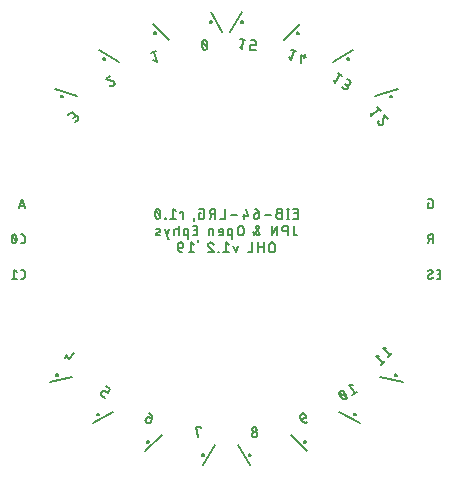
<source format=gbo>
G75*
%MOIN*%
%OFA0B0*%
%FSLAX25Y25*%
%IPPOS*%
%LPD*%
%AMOC8*
5,1,8,0,0,1.08239X$1,22.5*
%
%ADD10C,0.00700*%
%ADD11C,0.00600*%
%ADD12C,0.00800*%
%ADD13C,0.00500*%
D10*
X0064334Y0053821D02*
X0065251Y0053214D01*
X0064334Y0053822D02*
X0064292Y0053852D01*
X0064252Y0053886D01*
X0064214Y0053922D01*
X0064179Y0053961D01*
X0064146Y0054002D01*
X0064117Y0054045D01*
X0064091Y0054090D01*
X0064068Y0054138D01*
X0064049Y0054186D01*
X0064033Y0054236D01*
X0064021Y0054287D01*
X0064012Y0054338D01*
X0064007Y0054391D01*
X0064006Y0054443D01*
X0064009Y0054495D01*
X0064015Y0054547D01*
X0064025Y0054598D01*
X0064039Y0054649D01*
X0064056Y0054698D01*
X0064076Y0054746D01*
X0064100Y0054793D01*
X0064128Y0054838D01*
X0064127Y0054838D02*
X0064329Y0055143D01*
X0064330Y0055144D02*
X0064360Y0055186D01*
X0064394Y0055226D01*
X0064430Y0055264D01*
X0064468Y0055299D01*
X0064510Y0055332D01*
X0064553Y0055361D01*
X0064598Y0055387D01*
X0064646Y0055410D01*
X0064694Y0055429D01*
X0064744Y0055445D01*
X0064795Y0055457D01*
X0064846Y0055466D01*
X0064899Y0055471D01*
X0064951Y0055472D01*
X0065003Y0055469D01*
X0065055Y0055463D01*
X0065106Y0055453D01*
X0065157Y0055439D01*
X0065206Y0055422D01*
X0065254Y0055402D01*
X0065301Y0055378D01*
X0065346Y0055350D01*
X0066263Y0054743D01*
X0067073Y0055966D01*
X0065544Y0056978D01*
X0053475Y0065994D02*
X0054911Y0068244D01*
X0053174Y0067441D02*
X0052075Y0066469D01*
X0052260Y0067367D02*
X0053475Y0065994D01*
X0078949Y0046155D02*
X0078891Y0045981D01*
X0078949Y0046155D02*
X0078967Y0046204D01*
X0078989Y0046251D01*
X0079014Y0046297D01*
X0079043Y0046341D01*
X0079074Y0046383D01*
X0079108Y0046422D01*
X0079145Y0046459D01*
X0079185Y0046493D01*
X0079227Y0046525D01*
X0079271Y0046553D01*
X0079317Y0046578D01*
X0079365Y0046600D01*
X0079414Y0046618D01*
X0079464Y0046633D01*
X0079515Y0046644D01*
X0079567Y0046651D01*
X0079619Y0046655D01*
X0079671Y0046654D01*
X0079724Y0046651D01*
X0079775Y0046643D01*
X0079826Y0046632D01*
X0079877Y0046617D01*
X0080920Y0046268D01*
X0080629Y0045399D01*
X0080630Y0045399D02*
X0080609Y0045344D01*
X0080585Y0045290D01*
X0080558Y0045238D01*
X0080527Y0045188D01*
X0080494Y0045140D01*
X0080457Y0045094D01*
X0080417Y0045051D01*
X0080375Y0045010D01*
X0080330Y0044972D01*
X0080283Y0044937D01*
X0080234Y0044905D01*
X0080182Y0044876D01*
X0080129Y0044851D01*
X0080075Y0044829D01*
X0080019Y0044810D01*
X0079962Y0044796D01*
X0079904Y0044784D01*
X0079846Y0044777D01*
X0079787Y0044773D01*
X0079728Y0044774D01*
X0079670Y0044777D01*
X0079612Y0044785D01*
X0079554Y0044796D01*
X0079497Y0044812D01*
X0079441Y0044830D01*
X0079387Y0044852D01*
X0079334Y0044878D01*
X0079283Y0044907D01*
X0079234Y0044939D01*
X0079187Y0044974D01*
X0079142Y0045013D01*
X0079100Y0045054D01*
X0079060Y0045097D01*
X0079024Y0045143D01*
X0078990Y0045192D01*
X0078960Y0045242D01*
X0078933Y0045294D01*
X0078909Y0045348D01*
X0078889Y0045403D01*
X0078872Y0045459D01*
X0078860Y0045517D01*
X0078850Y0045575D01*
X0078845Y0045633D01*
X0078843Y0045692D01*
X0078845Y0045751D01*
X0078851Y0045809D01*
X0078860Y0045867D01*
X0078874Y0045925D01*
X0078890Y0045981D01*
X0080920Y0046269D02*
X0080942Y0046340D01*
X0080960Y0046412D01*
X0080975Y0046485D01*
X0080985Y0046558D01*
X0080992Y0046632D01*
X0080996Y0046706D01*
X0080995Y0046781D01*
X0080991Y0046855D01*
X0080983Y0046929D01*
X0080971Y0047002D01*
X0080956Y0047075D01*
X0080937Y0047147D01*
X0080914Y0047217D01*
X0080888Y0047287D01*
X0080858Y0047355D01*
X0080825Y0047422D01*
X0080788Y0047486D01*
X0080749Y0047549D01*
X0080706Y0047610D01*
X0080660Y0047668D01*
X0080611Y0047724D01*
X0080560Y0047778D01*
X0080505Y0047829D01*
X0080449Y0047877D01*
X0080390Y0047922D01*
X0080328Y0047964D01*
X0080265Y0048003D01*
X0080200Y0048039D01*
X0080133Y0048071D01*
X0080064Y0048100D01*
X0079995Y0048125D01*
X0095531Y0043452D02*
X0096244Y0040102D01*
X0097338Y0042974D02*
X0097361Y0043340D01*
X0095531Y0043452D01*
X0114422Y0042619D02*
X0114427Y0042567D01*
X0114436Y0042516D01*
X0114449Y0042465D01*
X0114465Y0042415D01*
X0114484Y0042366D01*
X0114507Y0042319D01*
X0114533Y0042274D01*
X0114563Y0042231D01*
X0114595Y0042190D01*
X0114630Y0042151D01*
X0114668Y0042115D01*
X0114709Y0042082D01*
X0114751Y0042051D01*
X0114796Y0042024D01*
X0114843Y0042000D01*
X0114891Y0041980D01*
X0114940Y0041963D01*
X0114991Y0041949D01*
X0115042Y0041940D01*
X0115094Y0041933D01*
X0115146Y0041931D01*
X0115199Y0041932D01*
X0115251Y0041937D01*
X0115302Y0041946D01*
X0115353Y0041959D01*
X0115403Y0041975D01*
X0115452Y0041994D01*
X0115499Y0042017D01*
X0115544Y0042043D01*
X0115587Y0042073D01*
X0115628Y0042105D01*
X0115667Y0042140D01*
X0115703Y0042178D01*
X0115736Y0042219D01*
X0115767Y0042261D01*
X0115794Y0042306D01*
X0115818Y0042353D01*
X0115838Y0042401D01*
X0115855Y0042450D01*
X0115869Y0042501D01*
X0115878Y0042552D01*
X0115885Y0042604D01*
X0115887Y0042656D01*
X0115886Y0042709D01*
X0115880Y0042762D01*
X0115871Y0042815D01*
X0115858Y0042867D01*
X0115842Y0042918D01*
X0115821Y0042967D01*
X0115797Y0043015D01*
X0115770Y0043061D01*
X0115739Y0043105D01*
X0115706Y0043147D01*
X0115669Y0043186D01*
X0115630Y0043222D01*
X0115588Y0043255D01*
X0115543Y0043285D01*
X0115497Y0043312D01*
X0115449Y0043335D01*
X0115399Y0043355D01*
X0115348Y0043371D01*
X0115296Y0043383D01*
X0115243Y0043392D01*
X0115190Y0043396D01*
X0115136Y0043397D01*
X0115083Y0043394D01*
X0115029Y0043386D01*
X0114977Y0043375D01*
X0114926Y0043361D01*
X0114875Y0043342D01*
X0114827Y0043320D01*
X0114780Y0043294D01*
X0114735Y0043265D01*
X0114692Y0043233D01*
X0114652Y0043198D01*
X0114614Y0043160D01*
X0114579Y0043119D01*
X0114548Y0043076D01*
X0114519Y0043030D01*
X0114494Y0042983D01*
X0114473Y0042934D01*
X0114455Y0042884D01*
X0114440Y0042832D01*
X0114430Y0042779D01*
X0114424Y0042726D01*
X0114421Y0042673D01*
X0114422Y0042619D01*
X0114340Y0040961D02*
X0114345Y0040903D01*
X0114354Y0040844D01*
X0114367Y0040787D01*
X0114384Y0040731D01*
X0114404Y0040675D01*
X0114428Y0040622D01*
X0114455Y0040569D01*
X0114485Y0040519D01*
X0114518Y0040471D01*
X0114555Y0040425D01*
X0114594Y0040381D01*
X0114636Y0040340D01*
X0114681Y0040302D01*
X0114728Y0040266D01*
X0114777Y0040234D01*
X0114828Y0040205D01*
X0114881Y0040180D01*
X0114936Y0040157D01*
X0114991Y0040139D01*
X0115048Y0040124D01*
X0115106Y0040112D01*
X0115164Y0040105D01*
X0115223Y0040101D01*
X0115282Y0040100D01*
X0115340Y0040104D01*
X0115399Y0040111D01*
X0115456Y0040122D01*
X0115513Y0040137D01*
X0115569Y0040155D01*
X0115624Y0040177D01*
X0115677Y0040203D01*
X0115728Y0040231D01*
X0115777Y0040263D01*
X0115825Y0040298D01*
X0115869Y0040336D01*
X0115912Y0040377D01*
X0115951Y0040420D01*
X0115988Y0040466D01*
X0116022Y0040514D01*
X0116053Y0040565D01*
X0116080Y0040617D01*
X0116104Y0040670D01*
X0116124Y0040725D01*
X0116141Y0040782D01*
X0116155Y0040839D01*
X0116164Y0040897D01*
X0116170Y0040955D01*
X0116172Y0041014D01*
X0116170Y0041073D01*
X0116165Y0041133D01*
X0116155Y0041192D01*
X0116142Y0041250D01*
X0116125Y0041308D01*
X0116104Y0041364D01*
X0116079Y0041419D01*
X0116051Y0041472D01*
X0116020Y0041523D01*
X0115985Y0041572D01*
X0115947Y0041619D01*
X0115906Y0041663D01*
X0115863Y0041704D01*
X0115816Y0041742D01*
X0115768Y0041777D01*
X0115717Y0041809D01*
X0115664Y0041838D01*
X0115610Y0041863D01*
X0115554Y0041884D01*
X0115496Y0041902D01*
X0115438Y0041916D01*
X0115379Y0041926D01*
X0115319Y0041932D01*
X0115259Y0041934D01*
X0115199Y0041932D01*
X0115139Y0041927D01*
X0115080Y0041917D01*
X0115022Y0041904D01*
X0114964Y0041887D01*
X0114908Y0041866D01*
X0114853Y0041841D01*
X0114800Y0041813D01*
X0114749Y0041782D01*
X0114700Y0041747D01*
X0114653Y0041709D01*
X0114609Y0041668D01*
X0114568Y0041625D01*
X0114530Y0041578D01*
X0114495Y0041530D01*
X0114463Y0041479D01*
X0114434Y0041426D01*
X0114409Y0041372D01*
X0114388Y0041316D01*
X0114370Y0041258D01*
X0114356Y0041200D01*
X0114346Y0041141D01*
X0114340Y0041081D01*
X0114338Y0041021D01*
X0114340Y0040961D01*
X0130461Y0046790D02*
X0130751Y0045921D01*
X0131795Y0046270D01*
X0130751Y0045921D02*
X0130776Y0045851D01*
X0130805Y0045782D01*
X0130837Y0045715D01*
X0130873Y0045650D01*
X0130912Y0045587D01*
X0130954Y0045525D01*
X0130999Y0045466D01*
X0131047Y0045410D01*
X0131098Y0045355D01*
X0131152Y0045304D01*
X0131208Y0045255D01*
X0131266Y0045209D01*
X0131327Y0045166D01*
X0131390Y0045127D01*
X0131454Y0045090D01*
X0131521Y0045057D01*
X0131589Y0045027D01*
X0131659Y0045001D01*
X0131729Y0044978D01*
X0131801Y0044959D01*
X0131874Y0044944D01*
X0131947Y0044932D01*
X0132021Y0044924D01*
X0132095Y0044920D01*
X0132170Y0044919D01*
X0132244Y0044923D01*
X0132318Y0044930D01*
X0132391Y0044940D01*
X0132464Y0044955D01*
X0132536Y0044973D01*
X0132607Y0044995D01*
X0131795Y0046270D02*
X0131844Y0046288D01*
X0131891Y0046310D01*
X0131937Y0046335D01*
X0131981Y0046364D01*
X0132023Y0046395D01*
X0132062Y0046429D01*
X0132099Y0046466D01*
X0132133Y0046506D01*
X0132165Y0046548D01*
X0132193Y0046592D01*
X0132218Y0046638D01*
X0132240Y0046686D01*
X0132258Y0046735D01*
X0132273Y0046785D01*
X0132284Y0046836D01*
X0132291Y0046888D01*
X0132295Y0046940D01*
X0132294Y0046992D01*
X0132291Y0047045D01*
X0132283Y0047096D01*
X0132272Y0047147D01*
X0132257Y0047198D01*
X0132199Y0047372D01*
X0132200Y0047372D02*
X0132179Y0047427D01*
X0132155Y0047481D01*
X0132128Y0047533D01*
X0132097Y0047583D01*
X0132064Y0047631D01*
X0132027Y0047677D01*
X0131987Y0047720D01*
X0131945Y0047761D01*
X0131900Y0047799D01*
X0131853Y0047834D01*
X0131804Y0047866D01*
X0131752Y0047895D01*
X0131699Y0047920D01*
X0131645Y0047942D01*
X0131589Y0047961D01*
X0131532Y0047975D01*
X0131474Y0047987D01*
X0131416Y0047994D01*
X0131357Y0047998D01*
X0131298Y0047997D01*
X0131240Y0047994D01*
X0131182Y0047986D01*
X0131124Y0047975D01*
X0131067Y0047959D01*
X0131011Y0047941D01*
X0130957Y0047919D01*
X0130904Y0047893D01*
X0130853Y0047864D01*
X0130804Y0047832D01*
X0130757Y0047797D01*
X0130712Y0047758D01*
X0130670Y0047717D01*
X0130630Y0047674D01*
X0130594Y0047628D01*
X0130560Y0047579D01*
X0130530Y0047529D01*
X0130503Y0047477D01*
X0130479Y0047423D01*
X0130459Y0047368D01*
X0130442Y0047312D01*
X0130430Y0047254D01*
X0130420Y0047196D01*
X0130415Y0047138D01*
X0130413Y0047079D01*
X0130415Y0047020D01*
X0130421Y0046962D01*
X0130430Y0046904D01*
X0130444Y0046846D01*
X0130460Y0046790D01*
X0145849Y0053463D02*
X0145833Y0053565D01*
X0145814Y0053666D01*
X0145791Y0053766D01*
X0145764Y0053865D01*
X0145734Y0053964D01*
X0145700Y0054060D01*
X0145662Y0054156D01*
X0145621Y0054250D01*
X0145576Y0054343D01*
X0145527Y0054433D01*
X0145475Y0054522D01*
X0145420Y0054609D01*
X0143893Y0053596D02*
X0143951Y0053512D01*
X0144012Y0053429D01*
X0144077Y0053349D01*
X0144145Y0053272D01*
X0144215Y0053197D01*
X0144288Y0053125D01*
X0144364Y0053056D01*
X0144442Y0052989D01*
X0144523Y0052926D01*
X0144607Y0052865D01*
X0144692Y0052808D01*
X0144780Y0052754D01*
X0145567Y0052727D02*
X0145607Y0052755D01*
X0145645Y0052787D01*
X0145681Y0052821D01*
X0145714Y0052858D01*
X0145744Y0052897D01*
X0145772Y0052939D01*
X0145796Y0052982D01*
X0145817Y0053027D01*
X0145835Y0053073D01*
X0145849Y0053120D01*
X0145860Y0053168D01*
X0145867Y0053217D01*
X0145871Y0053267D01*
X0145871Y0053316D01*
X0145867Y0053365D01*
X0145860Y0053414D01*
X0145849Y0053463D01*
X0145774Y0053743D02*
X0143539Y0054462D01*
X0143464Y0054742D02*
X0143453Y0054791D01*
X0143446Y0054840D01*
X0143442Y0054889D01*
X0143442Y0054938D01*
X0143446Y0054988D01*
X0143453Y0055037D01*
X0143464Y0055085D01*
X0143478Y0055132D01*
X0143496Y0055178D01*
X0143517Y0055223D01*
X0143541Y0055266D01*
X0143569Y0055308D01*
X0143599Y0055347D01*
X0143632Y0055384D01*
X0143668Y0055418D01*
X0143706Y0055450D01*
X0143746Y0055478D01*
X0143788Y0055504D01*
X0143832Y0055527D01*
X0143877Y0055546D01*
X0143924Y0055562D01*
X0143972Y0055575D01*
X0144021Y0055584D01*
X0144070Y0055589D01*
X0144119Y0055591D01*
X0144169Y0055589D01*
X0144218Y0055584D01*
X0144267Y0055575D01*
X0144315Y0055562D01*
X0144361Y0055547D01*
X0144407Y0055527D01*
X0144451Y0055505D01*
X0144493Y0055479D01*
X0144533Y0055450D01*
X0143464Y0054743D02*
X0143480Y0054641D01*
X0143499Y0054540D01*
X0143522Y0054440D01*
X0143549Y0054341D01*
X0143579Y0054242D01*
X0143613Y0054146D01*
X0143651Y0054050D01*
X0143692Y0053956D01*
X0143737Y0053864D01*
X0143786Y0053773D01*
X0143838Y0053684D01*
X0143893Y0053597D01*
X0145421Y0054609D02*
X0145363Y0054693D01*
X0145302Y0054776D01*
X0145237Y0054856D01*
X0145169Y0054933D01*
X0145099Y0055008D01*
X0145026Y0055080D01*
X0144950Y0055149D01*
X0144872Y0055216D01*
X0144791Y0055279D01*
X0144707Y0055340D01*
X0144622Y0055397D01*
X0144534Y0055451D01*
X0144780Y0052755D02*
X0144820Y0052726D01*
X0144862Y0052700D01*
X0144906Y0052678D01*
X0144952Y0052658D01*
X0144999Y0052642D01*
X0145046Y0052630D01*
X0145095Y0052621D01*
X0145144Y0052616D01*
X0145194Y0052614D01*
X0145243Y0052616D01*
X0145292Y0052621D01*
X0145341Y0052630D01*
X0145389Y0052643D01*
X0145435Y0052659D01*
X0145481Y0052678D01*
X0145525Y0052701D01*
X0145567Y0052727D01*
X0147805Y0054208D02*
X0149334Y0055220D01*
X0148569Y0054714D02*
X0146748Y0057466D01*
X0147917Y0057360D01*
X0157437Y0064160D02*
X0158651Y0065533D01*
X0158044Y0064846D02*
X0155573Y0067033D01*
X0156729Y0067233D01*
X0157958Y0069729D02*
X0160430Y0067542D01*
X0161037Y0068229D02*
X0159822Y0066856D01*
X0159115Y0069930D02*
X0157958Y0069729D01*
X0121934Y0102594D02*
X0121934Y0104060D01*
X0121932Y0104119D01*
X0121926Y0104177D01*
X0121917Y0104235D01*
X0121904Y0104293D01*
X0121887Y0104349D01*
X0121867Y0104404D01*
X0121843Y0104458D01*
X0121816Y0104510D01*
X0121786Y0104560D01*
X0121752Y0104608D01*
X0121715Y0104654D01*
X0121676Y0104698D01*
X0121633Y0104739D01*
X0121589Y0104777D01*
X0121542Y0104812D01*
X0121492Y0104844D01*
X0121441Y0104873D01*
X0121388Y0104899D01*
X0121334Y0104921D01*
X0121278Y0104939D01*
X0121221Y0104954D01*
X0121163Y0104965D01*
X0121105Y0104973D01*
X0121046Y0104977D01*
X0120988Y0104977D01*
X0120929Y0104973D01*
X0120871Y0104965D01*
X0120813Y0104954D01*
X0120756Y0104939D01*
X0120700Y0104921D01*
X0120646Y0104899D01*
X0120593Y0104873D01*
X0120542Y0104844D01*
X0120492Y0104812D01*
X0120445Y0104777D01*
X0120401Y0104739D01*
X0120358Y0104698D01*
X0120319Y0104654D01*
X0120282Y0104608D01*
X0120248Y0104560D01*
X0120218Y0104510D01*
X0120191Y0104458D01*
X0120167Y0104404D01*
X0120147Y0104349D01*
X0120130Y0104293D01*
X0120117Y0104235D01*
X0120108Y0104177D01*
X0120102Y0104119D01*
X0120100Y0104060D01*
X0120101Y0104060D02*
X0120101Y0102594D01*
X0120100Y0102594D02*
X0120102Y0102535D01*
X0120108Y0102477D01*
X0120117Y0102419D01*
X0120130Y0102361D01*
X0120147Y0102305D01*
X0120167Y0102250D01*
X0120191Y0102196D01*
X0120218Y0102144D01*
X0120248Y0102094D01*
X0120282Y0102046D01*
X0120319Y0102000D01*
X0120358Y0101956D01*
X0120401Y0101915D01*
X0120445Y0101877D01*
X0120492Y0101842D01*
X0120542Y0101810D01*
X0120593Y0101781D01*
X0120646Y0101755D01*
X0120700Y0101733D01*
X0120756Y0101715D01*
X0120813Y0101700D01*
X0120871Y0101689D01*
X0120929Y0101681D01*
X0120988Y0101677D01*
X0121046Y0101677D01*
X0121105Y0101681D01*
X0121163Y0101689D01*
X0121221Y0101700D01*
X0121278Y0101715D01*
X0121334Y0101733D01*
X0121388Y0101755D01*
X0121441Y0101781D01*
X0121492Y0101810D01*
X0121542Y0101842D01*
X0121589Y0101877D01*
X0121633Y0101915D01*
X0121676Y0101956D01*
X0121715Y0102000D01*
X0121752Y0102046D01*
X0121786Y0102094D01*
X0121816Y0102144D01*
X0121843Y0102196D01*
X0121867Y0102250D01*
X0121887Y0102305D01*
X0121904Y0102361D01*
X0121917Y0102419D01*
X0121926Y0102477D01*
X0121932Y0102535D01*
X0121934Y0102594D01*
X0118214Y0103510D02*
X0116381Y0103510D01*
X0116381Y0104977D02*
X0116381Y0101677D01*
X0118214Y0101677D02*
X0118214Y0104977D01*
X0116030Y0107369D02*
X0114655Y0108377D01*
X0115022Y0107277D02*
X0116580Y0109752D01*
X0115664Y0109752D02*
X0115642Y0109790D01*
X0115623Y0109830D01*
X0115608Y0109872D01*
X0115596Y0109914D01*
X0115588Y0109958D01*
X0115583Y0110002D01*
X0115582Y0110046D01*
X0115585Y0110090D01*
X0115591Y0110134D01*
X0115600Y0110177D01*
X0115614Y0110219D01*
X0115630Y0110260D01*
X0115650Y0110299D01*
X0115673Y0110337D01*
X0115699Y0110373D01*
X0115728Y0110406D01*
X0115759Y0110437D01*
X0115793Y0110465D01*
X0115829Y0110491D01*
X0115867Y0110513D01*
X0115907Y0110532D01*
X0115948Y0110548D01*
X0115991Y0110561D01*
X0116034Y0110570D01*
X0116078Y0110575D01*
X0116122Y0110577D01*
X0116166Y0110575D01*
X0116210Y0110570D01*
X0116253Y0110561D01*
X0116296Y0110548D01*
X0116337Y0110532D01*
X0116377Y0110513D01*
X0116415Y0110491D01*
X0116451Y0110465D01*
X0116485Y0110437D01*
X0116516Y0110406D01*
X0116545Y0110373D01*
X0116571Y0110337D01*
X0116594Y0110299D01*
X0116614Y0110260D01*
X0116630Y0110219D01*
X0116644Y0110177D01*
X0116653Y0110134D01*
X0116659Y0110090D01*
X0116662Y0110046D01*
X0116661Y0110002D01*
X0116656Y0109958D01*
X0116648Y0109914D01*
X0116636Y0109872D01*
X0116621Y0109830D01*
X0116602Y0109790D01*
X0116580Y0109752D01*
X0115663Y0109752D02*
X0116763Y0108102D01*
X0116787Y0108067D01*
X0116807Y0108030D01*
X0116824Y0107992D01*
X0116838Y0107952D01*
X0116847Y0107911D01*
X0116853Y0107869D01*
X0116855Y0107827D01*
X0116853Y0107782D01*
X0116847Y0107736D01*
X0116838Y0107692D01*
X0116825Y0107648D01*
X0116809Y0107606D01*
X0116789Y0107565D01*
X0116765Y0107526D01*
X0116739Y0107489D01*
X0116710Y0107454D01*
X0116678Y0107422D01*
X0116643Y0107393D01*
X0116606Y0107367D01*
X0116567Y0107343D01*
X0116526Y0107323D01*
X0116484Y0107307D01*
X0116440Y0107294D01*
X0116396Y0107285D01*
X0116350Y0107279D01*
X0116305Y0107277D01*
X0116305Y0107278D02*
X0116263Y0107280D01*
X0116221Y0107286D01*
X0116180Y0107295D01*
X0116140Y0107309D01*
X0116102Y0107326D01*
X0116065Y0107346D01*
X0116030Y0107370D01*
X0114363Y0104977D02*
X0114363Y0101677D01*
X0112896Y0101677D01*
X0109631Y0103877D02*
X0108898Y0101677D01*
X0108164Y0103877D01*
X0106574Y0104244D02*
X0105658Y0104977D01*
X0105658Y0101677D01*
X0106574Y0101677D02*
X0104741Y0101677D01*
X0103229Y0101677D02*
X0103046Y0101677D01*
X0103046Y0101860D01*
X0103229Y0101860D01*
X0103229Y0101677D01*
X0101534Y0101677D02*
X0099701Y0101677D01*
X0101534Y0101677D02*
X0099976Y0103510D01*
X0100526Y0104977D02*
X0100589Y0104975D01*
X0100653Y0104969D01*
X0100715Y0104960D01*
X0100777Y0104947D01*
X0100839Y0104930D01*
X0100899Y0104909D01*
X0100957Y0104885D01*
X0101015Y0104858D01*
X0101070Y0104827D01*
X0101124Y0104793D01*
X0101175Y0104755D01*
X0101224Y0104715D01*
X0101270Y0104672D01*
X0101314Y0104626D01*
X0101355Y0104577D01*
X0101393Y0104527D01*
X0101428Y0104474D01*
X0101460Y0104419D01*
X0101488Y0104362D01*
X0101513Y0104303D01*
X0101534Y0104244D01*
X0099976Y0103510D02*
X0099937Y0103550D01*
X0099901Y0103591D01*
X0099867Y0103635D01*
X0099837Y0103681D01*
X0099809Y0103729D01*
X0099784Y0103778D01*
X0099762Y0103829D01*
X0099744Y0103880D01*
X0099728Y0103934D01*
X0099716Y0103987D01*
X0099708Y0104042D01*
X0099703Y0104097D01*
X0099701Y0104152D01*
X0099703Y0104208D01*
X0099709Y0104264D01*
X0099718Y0104320D01*
X0099732Y0104375D01*
X0099749Y0104428D01*
X0099769Y0104481D01*
X0099793Y0104532D01*
X0099821Y0104581D01*
X0099852Y0104628D01*
X0099886Y0104673D01*
X0099923Y0104715D01*
X0099963Y0104755D01*
X0100005Y0104792D01*
X0100050Y0104826D01*
X0100097Y0104857D01*
X0100146Y0104885D01*
X0100197Y0104909D01*
X0100250Y0104929D01*
X0100303Y0104946D01*
X0100358Y0104960D01*
X0100414Y0104969D01*
X0100470Y0104975D01*
X0100526Y0104977D01*
X0100037Y0107277D02*
X0100037Y0108927D01*
X0100039Y0108972D01*
X0100045Y0109018D01*
X0100054Y0109062D01*
X0100067Y0109106D01*
X0100083Y0109148D01*
X0100103Y0109189D01*
X0100127Y0109228D01*
X0100153Y0109265D01*
X0100182Y0109300D01*
X0100214Y0109332D01*
X0100249Y0109361D01*
X0100286Y0109387D01*
X0100325Y0109411D01*
X0100366Y0109431D01*
X0100408Y0109447D01*
X0100452Y0109460D01*
X0100496Y0109469D01*
X0100542Y0109475D01*
X0100587Y0109477D01*
X0101503Y0109477D01*
X0101503Y0107277D01*
X0103277Y0107277D02*
X0104193Y0107277D01*
X0104238Y0107279D01*
X0104284Y0107285D01*
X0104328Y0107294D01*
X0104372Y0107307D01*
X0104414Y0107323D01*
X0104455Y0107343D01*
X0104494Y0107367D01*
X0104531Y0107393D01*
X0104566Y0107422D01*
X0104598Y0107454D01*
X0104627Y0107489D01*
X0104653Y0107526D01*
X0104677Y0107565D01*
X0104697Y0107606D01*
X0104713Y0107648D01*
X0104726Y0107692D01*
X0104735Y0107736D01*
X0104741Y0107782D01*
X0104743Y0107827D01*
X0104743Y0108744D01*
X0104743Y0108377D02*
X0103277Y0108377D01*
X0103277Y0108744D01*
X0103279Y0108796D01*
X0103284Y0108848D01*
X0103294Y0108900D01*
X0103307Y0108951D01*
X0103323Y0109000D01*
X0103343Y0109048D01*
X0103367Y0109095D01*
X0103393Y0109140D01*
X0103423Y0109183D01*
X0103456Y0109224D01*
X0103492Y0109262D01*
X0103530Y0109298D01*
X0103571Y0109331D01*
X0103614Y0109361D01*
X0103659Y0109387D01*
X0103706Y0109411D01*
X0103754Y0109431D01*
X0103803Y0109447D01*
X0103854Y0109460D01*
X0103906Y0109470D01*
X0103958Y0109475D01*
X0104010Y0109477D01*
X0104062Y0109475D01*
X0104114Y0109470D01*
X0104166Y0109460D01*
X0104217Y0109447D01*
X0104266Y0109431D01*
X0104314Y0109411D01*
X0104361Y0109387D01*
X0104406Y0109361D01*
X0104449Y0109331D01*
X0104490Y0109298D01*
X0104528Y0109262D01*
X0104564Y0109224D01*
X0104597Y0109183D01*
X0104627Y0109140D01*
X0104653Y0109095D01*
X0104677Y0109048D01*
X0104697Y0109000D01*
X0104713Y0108951D01*
X0104726Y0108900D01*
X0104736Y0108848D01*
X0104741Y0108796D01*
X0104743Y0108744D01*
X0106367Y0108927D02*
X0106367Y0107827D01*
X0106369Y0107782D01*
X0106375Y0107736D01*
X0106384Y0107692D01*
X0106397Y0107648D01*
X0106413Y0107606D01*
X0106433Y0107565D01*
X0106457Y0107526D01*
X0106483Y0107489D01*
X0106512Y0107454D01*
X0106544Y0107422D01*
X0106579Y0107393D01*
X0106616Y0107367D01*
X0106655Y0107343D01*
X0106696Y0107323D01*
X0106738Y0107307D01*
X0106782Y0107294D01*
X0106826Y0107285D01*
X0106872Y0107279D01*
X0106917Y0107277D01*
X0107834Y0107277D01*
X0107834Y0106177D02*
X0107834Y0109477D01*
X0106917Y0109477D01*
X0106872Y0109475D01*
X0106826Y0109469D01*
X0106782Y0109460D01*
X0106738Y0109447D01*
X0106696Y0109431D01*
X0106655Y0109411D01*
X0106616Y0109387D01*
X0106579Y0109361D01*
X0106544Y0109332D01*
X0106512Y0109300D01*
X0106483Y0109265D01*
X0106457Y0109228D01*
X0106433Y0109189D01*
X0106413Y0109148D01*
X0106397Y0109106D01*
X0106384Y0109062D01*
X0106375Y0109018D01*
X0106369Y0108972D01*
X0106367Y0108927D01*
X0109693Y0109660D02*
X0109693Y0108194D01*
X0109695Y0108135D01*
X0109701Y0108077D01*
X0109710Y0108019D01*
X0109723Y0107961D01*
X0109740Y0107905D01*
X0109760Y0107850D01*
X0109784Y0107796D01*
X0109811Y0107744D01*
X0109841Y0107694D01*
X0109875Y0107646D01*
X0109912Y0107600D01*
X0109951Y0107556D01*
X0109994Y0107515D01*
X0110038Y0107477D01*
X0110085Y0107442D01*
X0110135Y0107410D01*
X0110186Y0107381D01*
X0110239Y0107355D01*
X0110293Y0107333D01*
X0110349Y0107315D01*
X0110406Y0107300D01*
X0110464Y0107289D01*
X0110522Y0107281D01*
X0110581Y0107277D01*
X0110639Y0107277D01*
X0110698Y0107281D01*
X0110756Y0107289D01*
X0110814Y0107300D01*
X0110871Y0107315D01*
X0110927Y0107333D01*
X0110981Y0107355D01*
X0111034Y0107381D01*
X0111085Y0107410D01*
X0111135Y0107442D01*
X0111182Y0107477D01*
X0111226Y0107515D01*
X0111269Y0107556D01*
X0111308Y0107600D01*
X0111345Y0107646D01*
X0111379Y0107694D01*
X0111409Y0107744D01*
X0111436Y0107796D01*
X0111460Y0107850D01*
X0111480Y0107905D01*
X0111497Y0107961D01*
X0111510Y0108019D01*
X0111519Y0108077D01*
X0111525Y0108135D01*
X0111527Y0108194D01*
X0111527Y0109660D01*
X0111525Y0109719D01*
X0111519Y0109777D01*
X0111510Y0109835D01*
X0111497Y0109893D01*
X0111480Y0109949D01*
X0111460Y0110004D01*
X0111436Y0110058D01*
X0111409Y0110110D01*
X0111379Y0110160D01*
X0111345Y0110208D01*
X0111308Y0110254D01*
X0111269Y0110298D01*
X0111226Y0110339D01*
X0111182Y0110377D01*
X0111135Y0110412D01*
X0111085Y0110444D01*
X0111034Y0110473D01*
X0110981Y0110499D01*
X0110927Y0110521D01*
X0110871Y0110539D01*
X0110814Y0110554D01*
X0110756Y0110565D01*
X0110698Y0110573D01*
X0110639Y0110577D01*
X0110581Y0110577D01*
X0110522Y0110573D01*
X0110464Y0110565D01*
X0110406Y0110554D01*
X0110349Y0110539D01*
X0110293Y0110521D01*
X0110239Y0110499D01*
X0110186Y0110473D01*
X0110135Y0110444D01*
X0110085Y0110412D01*
X0110038Y0110377D01*
X0109994Y0110339D01*
X0109951Y0110298D01*
X0109912Y0110254D01*
X0109875Y0110208D01*
X0109841Y0110160D01*
X0109811Y0110110D01*
X0109784Y0110058D01*
X0109760Y0110004D01*
X0109740Y0109949D01*
X0109723Y0109893D01*
X0109710Y0109835D01*
X0109701Y0109777D01*
X0109695Y0109719D01*
X0109693Y0109660D01*
X0111837Y0112877D02*
X0111837Y0114344D01*
X0111287Y0113610D02*
X0113120Y0113610D01*
X0112387Y0116177D01*
X0115253Y0116177D02*
X0115327Y0116175D01*
X0115401Y0116169D01*
X0115475Y0116160D01*
X0115548Y0116147D01*
X0115621Y0116130D01*
X0115692Y0116110D01*
X0115762Y0116086D01*
X0115832Y0116058D01*
X0115899Y0116027D01*
X0115965Y0115993D01*
X0116029Y0115955D01*
X0116091Y0115914D01*
X0116151Y0115870D01*
X0116209Y0115823D01*
X0116264Y0115773D01*
X0116316Y0115721D01*
X0116366Y0115666D01*
X0116413Y0115608D01*
X0116457Y0115548D01*
X0116498Y0115486D01*
X0116536Y0115422D01*
X0116570Y0115356D01*
X0116601Y0115289D01*
X0116629Y0115219D01*
X0116653Y0115149D01*
X0116673Y0115078D01*
X0116690Y0115005D01*
X0116703Y0114932D01*
X0116712Y0114858D01*
X0116718Y0114784D01*
X0116720Y0114710D01*
X0116720Y0113794D01*
X0116720Y0114710D02*
X0115620Y0114710D01*
X0115568Y0114708D01*
X0115516Y0114703D01*
X0115464Y0114693D01*
X0115413Y0114680D01*
X0115364Y0114664D01*
X0115316Y0114644D01*
X0115269Y0114620D01*
X0115224Y0114594D01*
X0115181Y0114564D01*
X0115140Y0114531D01*
X0115102Y0114495D01*
X0115066Y0114457D01*
X0115033Y0114416D01*
X0115003Y0114373D01*
X0114977Y0114328D01*
X0114953Y0114282D01*
X0114933Y0114233D01*
X0114917Y0114184D01*
X0114904Y0114133D01*
X0114894Y0114081D01*
X0114889Y0114029D01*
X0114887Y0113977D01*
X0114887Y0113794D01*
X0114886Y0113794D02*
X0114888Y0113735D01*
X0114894Y0113677D01*
X0114903Y0113619D01*
X0114916Y0113561D01*
X0114933Y0113505D01*
X0114953Y0113450D01*
X0114977Y0113396D01*
X0115004Y0113344D01*
X0115034Y0113294D01*
X0115068Y0113246D01*
X0115105Y0113200D01*
X0115144Y0113156D01*
X0115187Y0113115D01*
X0115231Y0113077D01*
X0115278Y0113042D01*
X0115328Y0113010D01*
X0115379Y0112981D01*
X0115432Y0112955D01*
X0115486Y0112933D01*
X0115542Y0112915D01*
X0115599Y0112900D01*
X0115657Y0112889D01*
X0115715Y0112881D01*
X0115774Y0112877D01*
X0115832Y0112877D01*
X0115891Y0112881D01*
X0115949Y0112889D01*
X0116007Y0112900D01*
X0116064Y0112915D01*
X0116120Y0112933D01*
X0116174Y0112955D01*
X0116227Y0112981D01*
X0116278Y0113010D01*
X0116328Y0113042D01*
X0116375Y0113077D01*
X0116419Y0113115D01*
X0116462Y0113156D01*
X0116501Y0113200D01*
X0116538Y0113246D01*
X0116572Y0113294D01*
X0116602Y0113344D01*
X0116629Y0113396D01*
X0116653Y0113450D01*
X0116673Y0113505D01*
X0116690Y0113561D01*
X0116703Y0113619D01*
X0116712Y0113677D01*
X0116718Y0113735D01*
X0116720Y0113794D01*
X0118543Y0114160D02*
X0120743Y0114160D01*
X0123278Y0114711D02*
X0123219Y0114709D01*
X0123161Y0114703D01*
X0123103Y0114694D01*
X0123045Y0114681D01*
X0122989Y0114664D01*
X0122934Y0114644D01*
X0122880Y0114620D01*
X0122828Y0114593D01*
X0122778Y0114563D01*
X0122730Y0114529D01*
X0122684Y0114492D01*
X0122640Y0114453D01*
X0122599Y0114410D01*
X0122561Y0114366D01*
X0122526Y0114319D01*
X0122494Y0114269D01*
X0122465Y0114218D01*
X0122439Y0114165D01*
X0122417Y0114111D01*
X0122399Y0114055D01*
X0122384Y0113998D01*
X0122373Y0113940D01*
X0122365Y0113882D01*
X0122361Y0113823D01*
X0122361Y0113765D01*
X0122365Y0113706D01*
X0122373Y0113648D01*
X0122384Y0113590D01*
X0122399Y0113533D01*
X0122417Y0113477D01*
X0122439Y0113423D01*
X0122465Y0113370D01*
X0122494Y0113319D01*
X0122526Y0113269D01*
X0122561Y0113222D01*
X0122599Y0113178D01*
X0122640Y0113135D01*
X0122684Y0113096D01*
X0122730Y0113059D01*
X0122778Y0113025D01*
X0122828Y0112995D01*
X0122880Y0112968D01*
X0122934Y0112944D01*
X0122989Y0112924D01*
X0123045Y0112907D01*
X0123103Y0112894D01*
X0123161Y0112885D01*
X0123219Y0112879D01*
X0123278Y0112877D01*
X0124195Y0112877D01*
X0124195Y0116177D01*
X0123278Y0116177D01*
X0123226Y0116175D01*
X0123174Y0116170D01*
X0123122Y0116160D01*
X0123071Y0116147D01*
X0123022Y0116131D01*
X0122974Y0116111D01*
X0122927Y0116087D01*
X0122882Y0116061D01*
X0122839Y0116031D01*
X0122798Y0115998D01*
X0122760Y0115962D01*
X0122724Y0115924D01*
X0122691Y0115883D01*
X0122661Y0115840D01*
X0122635Y0115795D01*
X0122611Y0115748D01*
X0122591Y0115700D01*
X0122575Y0115651D01*
X0122562Y0115600D01*
X0122552Y0115548D01*
X0122547Y0115496D01*
X0122545Y0115444D01*
X0122547Y0115392D01*
X0122552Y0115340D01*
X0122562Y0115288D01*
X0122575Y0115237D01*
X0122591Y0115188D01*
X0122611Y0115140D01*
X0122635Y0115093D01*
X0122661Y0115048D01*
X0122691Y0115005D01*
X0122724Y0114964D01*
X0122760Y0114926D01*
X0122798Y0114890D01*
X0122839Y0114857D01*
X0122882Y0114827D01*
X0122927Y0114801D01*
X0122974Y0114777D01*
X0123022Y0114757D01*
X0123071Y0114741D01*
X0123122Y0114728D01*
X0123174Y0114718D01*
X0123226Y0114713D01*
X0123278Y0114711D01*
X0123278Y0114710D02*
X0124195Y0114710D01*
X0125996Y0116177D02*
X0126730Y0116177D01*
X0126363Y0116177D02*
X0126363Y0112877D01*
X0126730Y0112877D02*
X0125996Y0112877D01*
X0128082Y0112877D02*
X0129548Y0112877D01*
X0129548Y0116177D01*
X0128082Y0116177D01*
X0128448Y0114710D02*
X0129548Y0114710D01*
X0128270Y0110577D02*
X0128270Y0108010D01*
X0128272Y0107958D01*
X0128277Y0107906D01*
X0128287Y0107854D01*
X0128300Y0107803D01*
X0128316Y0107754D01*
X0128336Y0107706D01*
X0128360Y0107659D01*
X0128386Y0107614D01*
X0128416Y0107571D01*
X0128449Y0107530D01*
X0128485Y0107492D01*
X0128523Y0107456D01*
X0128564Y0107423D01*
X0128607Y0107393D01*
X0128652Y0107367D01*
X0128699Y0107343D01*
X0128747Y0107323D01*
X0128796Y0107307D01*
X0128847Y0107294D01*
X0128899Y0107284D01*
X0128951Y0107279D01*
X0129003Y0107277D01*
X0129370Y0107277D01*
X0126202Y0107277D02*
X0126202Y0110577D01*
X0125285Y0110577D01*
X0125226Y0110575D01*
X0125168Y0110569D01*
X0125110Y0110560D01*
X0125052Y0110547D01*
X0124996Y0110530D01*
X0124941Y0110510D01*
X0124887Y0110486D01*
X0124835Y0110459D01*
X0124785Y0110429D01*
X0124737Y0110395D01*
X0124691Y0110358D01*
X0124647Y0110319D01*
X0124606Y0110276D01*
X0124568Y0110232D01*
X0124533Y0110185D01*
X0124501Y0110135D01*
X0124472Y0110084D01*
X0124446Y0110031D01*
X0124424Y0109977D01*
X0124406Y0109921D01*
X0124391Y0109864D01*
X0124380Y0109806D01*
X0124372Y0109748D01*
X0124368Y0109689D01*
X0124368Y0109631D01*
X0124372Y0109572D01*
X0124380Y0109514D01*
X0124391Y0109456D01*
X0124406Y0109399D01*
X0124424Y0109343D01*
X0124446Y0109289D01*
X0124472Y0109236D01*
X0124501Y0109185D01*
X0124533Y0109135D01*
X0124568Y0109088D01*
X0124606Y0109044D01*
X0124647Y0109001D01*
X0124691Y0108962D01*
X0124737Y0108925D01*
X0124785Y0108891D01*
X0124835Y0108861D01*
X0124887Y0108834D01*
X0124941Y0108810D01*
X0124996Y0108790D01*
X0125052Y0108773D01*
X0125110Y0108760D01*
X0125168Y0108751D01*
X0125226Y0108745D01*
X0125285Y0108743D01*
X0125285Y0108744D02*
X0126202Y0108744D01*
X0122687Y0107277D02*
X0122687Y0110577D01*
X0120853Y0107277D01*
X0120853Y0110577D01*
X0109463Y0114160D02*
X0107263Y0114160D01*
X0105309Y0112877D02*
X0103842Y0112877D01*
X0105309Y0112877D02*
X0105309Y0116177D01*
X0102163Y0116177D02*
X0102163Y0112877D01*
X0102163Y0114344D02*
X0101246Y0114344D01*
X0101063Y0114344D02*
X0100330Y0112877D01*
X0098480Y0113610D02*
X0098480Y0115444D01*
X0098478Y0115496D01*
X0098473Y0115548D01*
X0098463Y0115600D01*
X0098450Y0115651D01*
X0098434Y0115700D01*
X0098414Y0115748D01*
X0098390Y0115795D01*
X0098364Y0115840D01*
X0098334Y0115883D01*
X0098301Y0115924D01*
X0098265Y0115962D01*
X0098227Y0115998D01*
X0098186Y0116031D01*
X0098143Y0116061D01*
X0098098Y0116087D01*
X0098052Y0116111D01*
X0098003Y0116131D01*
X0097954Y0116147D01*
X0097903Y0116160D01*
X0097851Y0116170D01*
X0097799Y0116175D01*
X0097747Y0116177D01*
X0096647Y0116177D01*
X0096647Y0114710D02*
X0096647Y0112877D01*
X0097747Y0112877D01*
X0097799Y0112879D01*
X0097851Y0112884D01*
X0097903Y0112894D01*
X0097954Y0112907D01*
X0098003Y0112923D01*
X0098052Y0112943D01*
X0098098Y0112967D01*
X0098143Y0112993D01*
X0098186Y0113023D01*
X0098227Y0113056D01*
X0098265Y0113092D01*
X0098301Y0113130D01*
X0098334Y0113171D01*
X0098364Y0113214D01*
X0098390Y0113259D01*
X0098414Y0113306D01*
X0098434Y0113354D01*
X0098450Y0113403D01*
X0098463Y0113454D01*
X0098473Y0113506D01*
X0098478Y0113558D01*
X0098480Y0113610D01*
X0097197Y0114710D02*
X0096647Y0114710D01*
X0095037Y0113060D02*
X0094853Y0113060D01*
X0094853Y0112877D01*
X0095128Y0112144D01*
X0095037Y0112877D02*
X0095037Y0113060D01*
X0095037Y0112877D02*
X0094853Y0112877D01*
X0094689Y0110577D02*
X0096155Y0110577D01*
X0096155Y0107277D01*
X0094689Y0107277D01*
X0093074Y0107277D02*
X0092157Y0107277D01*
X0092112Y0107279D01*
X0092066Y0107285D01*
X0092022Y0107294D01*
X0091978Y0107307D01*
X0091936Y0107323D01*
X0091895Y0107343D01*
X0091856Y0107367D01*
X0091819Y0107393D01*
X0091784Y0107422D01*
X0091752Y0107454D01*
X0091723Y0107489D01*
X0091697Y0107526D01*
X0091673Y0107565D01*
X0091653Y0107606D01*
X0091637Y0107648D01*
X0091624Y0107692D01*
X0091615Y0107736D01*
X0091609Y0107782D01*
X0091607Y0107827D01*
X0091607Y0108927D01*
X0091609Y0108972D01*
X0091615Y0109018D01*
X0091624Y0109062D01*
X0091637Y0109106D01*
X0091653Y0109148D01*
X0091673Y0109189D01*
X0091697Y0109228D01*
X0091723Y0109265D01*
X0091752Y0109300D01*
X0091784Y0109332D01*
X0091819Y0109361D01*
X0091856Y0109387D01*
X0091895Y0109411D01*
X0091936Y0109431D01*
X0091978Y0109447D01*
X0092022Y0109460D01*
X0092066Y0109469D01*
X0092112Y0109475D01*
X0092157Y0109477D01*
X0093074Y0109477D01*
X0093074Y0106177D01*
X0094138Y0104977D02*
X0094138Y0101677D01*
X0095054Y0101677D02*
X0093221Y0101677D01*
X0091088Y0101677D02*
X0091014Y0101679D01*
X0090940Y0101685D01*
X0090866Y0101694D01*
X0090793Y0101707D01*
X0090720Y0101724D01*
X0090649Y0101744D01*
X0090579Y0101768D01*
X0090509Y0101796D01*
X0090442Y0101827D01*
X0090376Y0101861D01*
X0090312Y0101899D01*
X0090250Y0101940D01*
X0090190Y0101984D01*
X0090132Y0102031D01*
X0090077Y0102081D01*
X0090025Y0102133D01*
X0089975Y0102188D01*
X0089928Y0102246D01*
X0089884Y0102306D01*
X0089843Y0102368D01*
X0089805Y0102432D01*
X0089771Y0102498D01*
X0089740Y0102565D01*
X0089712Y0102635D01*
X0089688Y0102705D01*
X0089668Y0102776D01*
X0089651Y0102849D01*
X0089638Y0102922D01*
X0089629Y0102996D01*
X0089623Y0103070D01*
X0089621Y0103144D01*
X0089621Y0104060D01*
X0089621Y0103144D02*
X0090721Y0103144D01*
X0090773Y0103146D01*
X0090825Y0103151D01*
X0090877Y0103161D01*
X0090928Y0103174D01*
X0090977Y0103190D01*
X0091026Y0103210D01*
X0091072Y0103234D01*
X0091117Y0103260D01*
X0091160Y0103290D01*
X0091201Y0103323D01*
X0091239Y0103359D01*
X0091275Y0103397D01*
X0091308Y0103438D01*
X0091338Y0103481D01*
X0091364Y0103526D01*
X0091388Y0103573D01*
X0091408Y0103621D01*
X0091424Y0103670D01*
X0091437Y0103721D01*
X0091447Y0103773D01*
X0091452Y0103825D01*
X0091454Y0103877D01*
X0091454Y0104060D01*
X0091455Y0104060D02*
X0091453Y0104119D01*
X0091447Y0104177D01*
X0091438Y0104235D01*
X0091425Y0104293D01*
X0091408Y0104349D01*
X0091388Y0104404D01*
X0091364Y0104458D01*
X0091337Y0104510D01*
X0091307Y0104560D01*
X0091273Y0104608D01*
X0091236Y0104654D01*
X0091197Y0104698D01*
X0091154Y0104739D01*
X0091110Y0104777D01*
X0091063Y0104812D01*
X0091013Y0104844D01*
X0090962Y0104873D01*
X0090909Y0104899D01*
X0090855Y0104921D01*
X0090799Y0104939D01*
X0090742Y0104954D01*
X0090684Y0104965D01*
X0090626Y0104973D01*
X0090567Y0104977D01*
X0090509Y0104977D01*
X0090450Y0104973D01*
X0090392Y0104965D01*
X0090334Y0104954D01*
X0090277Y0104939D01*
X0090221Y0104921D01*
X0090167Y0104899D01*
X0090114Y0104873D01*
X0090063Y0104844D01*
X0090013Y0104812D01*
X0089966Y0104777D01*
X0089922Y0104739D01*
X0089879Y0104698D01*
X0089840Y0104654D01*
X0089803Y0104608D01*
X0089769Y0104560D01*
X0089739Y0104510D01*
X0089712Y0104458D01*
X0089688Y0104404D01*
X0089668Y0104349D01*
X0089651Y0104293D01*
X0089638Y0104235D01*
X0089629Y0104177D01*
X0089623Y0104119D01*
X0089621Y0104060D01*
X0089863Y0107277D02*
X0089863Y0110577D01*
X0089863Y0109477D02*
X0088947Y0109477D01*
X0088902Y0109475D01*
X0088856Y0109469D01*
X0088812Y0109460D01*
X0088768Y0109447D01*
X0088726Y0109431D01*
X0088685Y0109411D01*
X0088646Y0109387D01*
X0088609Y0109361D01*
X0088574Y0109332D01*
X0088542Y0109300D01*
X0088513Y0109265D01*
X0088487Y0109228D01*
X0088463Y0109189D01*
X0088443Y0109148D01*
X0088427Y0109106D01*
X0088414Y0109062D01*
X0088405Y0109018D01*
X0088399Y0108972D01*
X0088397Y0108927D01*
X0088397Y0107277D01*
X0086743Y0106177D02*
X0086377Y0106177D01*
X0085277Y0109477D01*
X0086743Y0109477D02*
X0086010Y0107277D01*
X0083285Y0109477D02*
X0083200Y0109474D01*
X0083115Y0109467D01*
X0083031Y0109458D01*
X0082947Y0109444D01*
X0082863Y0109427D01*
X0082781Y0109407D01*
X0082699Y0109384D01*
X0082618Y0109357D01*
X0082539Y0109327D01*
X0082460Y0109293D01*
X0083285Y0109477D02*
X0083328Y0109476D01*
X0083370Y0109471D01*
X0083411Y0109462D01*
X0083452Y0109449D01*
X0083491Y0109433D01*
X0083529Y0109414D01*
X0083565Y0109391D01*
X0083599Y0109365D01*
X0083630Y0109336D01*
X0083658Y0109304D01*
X0083684Y0109270D01*
X0083706Y0109234D01*
X0083725Y0109196D01*
X0083741Y0109157D01*
X0083753Y0109116D01*
X0083761Y0109074D01*
X0083766Y0109032D01*
X0083767Y0108989D01*
X0083764Y0108947D01*
X0083757Y0108905D01*
X0083746Y0108864D01*
X0083732Y0108824D01*
X0083715Y0108785D01*
X0083694Y0108748D01*
X0083669Y0108713D01*
X0083642Y0108681D01*
X0083612Y0108651D01*
X0083579Y0108624D01*
X0083544Y0108599D01*
X0083507Y0108579D01*
X0083468Y0108561D01*
X0083469Y0108560D02*
X0082552Y0108194D01*
X0082552Y0108193D02*
X0082513Y0108175D01*
X0082476Y0108155D01*
X0082441Y0108130D01*
X0082408Y0108103D01*
X0082378Y0108073D01*
X0082351Y0108041D01*
X0082326Y0108006D01*
X0082305Y0107969D01*
X0082288Y0107930D01*
X0082274Y0107890D01*
X0082263Y0107849D01*
X0082256Y0107807D01*
X0082253Y0107765D01*
X0082254Y0107722D01*
X0082259Y0107680D01*
X0082267Y0107638D01*
X0082279Y0107597D01*
X0082295Y0107558D01*
X0082314Y0107520D01*
X0082336Y0107484D01*
X0082362Y0107450D01*
X0082390Y0107418D01*
X0082421Y0107389D01*
X0082455Y0107363D01*
X0082491Y0107340D01*
X0082529Y0107321D01*
X0082568Y0107305D01*
X0082609Y0107292D01*
X0082650Y0107283D01*
X0082692Y0107278D01*
X0082735Y0107277D01*
X0082838Y0107280D01*
X0082941Y0107287D01*
X0083044Y0107297D01*
X0083146Y0107310D01*
X0083247Y0107327D01*
X0083348Y0107347D01*
X0083448Y0107371D01*
X0083548Y0107397D01*
X0083646Y0107427D01*
X0083744Y0107461D01*
X0085352Y0112877D02*
X0085535Y0112877D01*
X0085535Y0113060D01*
X0085352Y0113060D01*
X0085352Y0112877D01*
X0087047Y0112877D02*
X0088880Y0112877D01*
X0087963Y0112877D02*
X0087963Y0116177D01*
X0088880Y0115444D01*
X0090203Y0115077D02*
X0090203Y0114710D01*
X0090203Y0115077D02*
X0091303Y0115077D01*
X0091303Y0112877D01*
X0095055Y0109110D02*
X0096155Y0109110D01*
X0096418Y0105710D02*
X0096418Y0104977D01*
X0095054Y0104244D02*
X0094138Y0104977D01*
X0101246Y0114343D02*
X0101187Y0114345D01*
X0101129Y0114351D01*
X0101071Y0114360D01*
X0101013Y0114373D01*
X0100957Y0114390D01*
X0100902Y0114410D01*
X0100848Y0114434D01*
X0100796Y0114461D01*
X0100746Y0114491D01*
X0100698Y0114525D01*
X0100652Y0114562D01*
X0100608Y0114601D01*
X0100567Y0114644D01*
X0100529Y0114688D01*
X0100494Y0114735D01*
X0100462Y0114785D01*
X0100433Y0114836D01*
X0100407Y0114889D01*
X0100385Y0114943D01*
X0100367Y0114999D01*
X0100352Y0115056D01*
X0100341Y0115114D01*
X0100333Y0115172D01*
X0100329Y0115231D01*
X0100329Y0115289D01*
X0100333Y0115348D01*
X0100341Y0115406D01*
X0100352Y0115464D01*
X0100367Y0115521D01*
X0100385Y0115577D01*
X0100407Y0115631D01*
X0100433Y0115684D01*
X0100462Y0115735D01*
X0100494Y0115785D01*
X0100529Y0115832D01*
X0100567Y0115876D01*
X0100608Y0115919D01*
X0100652Y0115958D01*
X0100698Y0115995D01*
X0100746Y0116029D01*
X0100796Y0116059D01*
X0100848Y0116086D01*
X0100902Y0116110D01*
X0100957Y0116130D01*
X0101013Y0116147D01*
X0101071Y0116160D01*
X0101129Y0116169D01*
X0101187Y0116175D01*
X0101246Y0116177D01*
X0102163Y0116177D01*
X0082282Y0113336D02*
X0082239Y0113429D01*
X0082199Y0113524D01*
X0082163Y0113620D01*
X0082130Y0113717D01*
X0082102Y0113816D01*
X0082077Y0113916D01*
X0082055Y0114016D01*
X0082038Y0114117D01*
X0082024Y0114219D01*
X0082015Y0114322D01*
X0082009Y0114424D01*
X0082007Y0114527D01*
X0083840Y0114527D02*
X0083838Y0114630D01*
X0083832Y0114732D01*
X0083823Y0114835D01*
X0083809Y0114937D01*
X0083792Y0115038D01*
X0083770Y0115138D01*
X0083745Y0115238D01*
X0083717Y0115337D01*
X0083684Y0115434D01*
X0083648Y0115530D01*
X0083608Y0115625D01*
X0083565Y0115718D01*
X0082923Y0116177D02*
X0082874Y0116175D01*
X0082824Y0116170D01*
X0082776Y0116161D01*
X0082728Y0116148D01*
X0082681Y0116132D01*
X0082636Y0116113D01*
X0082592Y0116090D01*
X0082549Y0116065D01*
X0082509Y0116036D01*
X0082471Y0116004D01*
X0082435Y0115970D01*
X0082402Y0115933D01*
X0082372Y0115894D01*
X0082345Y0115853D01*
X0082320Y0115810D01*
X0082299Y0115765D01*
X0082282Y0115719D01*
X0082190Y0115444D02*
X0083657Y0113610D01*
X0082923Y0112878D02*
X0082874Y0112880D01*
X0082824Y0112885D01*
X0082776Y0112894D01*
X0082728Y0112907D01*
X0082681Y0112923D01*
X0082636Y0112942D01*
X0082592Y0112965D01*
X0082549Y0112990D01*
X0082509Y0113019D01*
X0082471Y0113051D01*
X0082435Y0113085D01*
X0082402Y0113122D01*
X0082372Y0113161D01*
X0082345Y0113202D01*
X0082320Y0113245D01*
X0082299Y0113290D01*
X0082282Y0113336D01*
X0082923Y0112877D02*
X0082972Y0112879D01*
X0083022Y0112884D01*
X0083070Y0112893D01*
X0083118Y0112906D01*
X0083165Y0112922D01*
X0083210Y0112941D01*
X0083254Y0112964D01*
X0083297Y0112989D01*
X0083337Y0113018D01*
X0083375Y0113050D01*
X0083411Y0113084D01*
X0083444Y0113121D01*
X0083474Y0113160D01*
X0083501Y0113201D01*
X0083526Y0113244D01*
X0083547Y0113289D01*
X0083564Y0113335D01*
X0082007Y0114527D02*
X0082009Y0114630D01*
X0082015Y0114732D01*
X0082024Y0114835D01*
X0082038Y0114937D01*
X0082055Y0115038D01*
X0082077Y0115138D01*
X0082102Y0115238D01*
X0082130Y0115337D01*
X0082163Y0115434D01*
X0082199Y0115530D01*
X0082239Y0115625D01*
X0082282Y0115718D01*
X0082923Y0116177D02*
X0082972Y0116175D01*
X0083022Y0116170D01*
X0083070Y0116161D01*
X0083118Y0116148D01*
X0083165Y0116132D01*
X0083210Y0116113D01*
X0083254Y0116090D01*
X0083297Y0116065D01*
X0083337Y0116036D01*
X0083375Y0116004D01*
X0083411Y0115970D01*
X0083444Y0115933D01*
X0083474Y0115894D01*
X0083501Y0115853D01*
X0083526Y0115810D01*
X0083547Y0115765D01*
X0083564Y0115719D01*
X0083840Y0114527D02*
X0083838Y0114424D01*
X0083832Y0114322D01*
X0083823Y0114219D01*
X0083809Y0114117D01*
X0083792Y0114016D01*
X0083770Y0113916D01*
X0083745Y0113816D01*
X0083717Y0113717D01*
X0083684Y0113620D01*
X0083648Y0113524D01*
X0083608Y0113429D01*
X0083565Y0113336D01*
X0055509Y0145053D02*
X0056266Y0145851D01*
X0056300Y0145891D01*
X0056332Y0145932D01*
X0056361Y0145976D01*
X0056386Y0146022D01*
X0056409Y0146069D01*
X0056427Y0146118D01*
X0056442Y0146168D01*
X0056454Y0146219D01*
X0056462Y0146271D01*
X0056466Y0146323D01*
X0056467Y0146375D01*
X0056464Y0146427D01*
X0056457Y0146479D01*
X0056446Y0146531D01*
X0056432Y0146581D01*
X0056414Y0146630D01*
X0056393Y0146678D01*
X0056368Y0146724D01*
X0056340Y0146768D01*
X0056309Y0146810D01*
X0056275Y0146850D01*
X0056239Y0146888D01*
X0056199Y0146922D01*
X0056158Y0146954D01*
X0056114Y0146983D01*
X0056068Y0147008D01*
X0056021Y0147031D01*
X0055972Y0147049D01*
X0055922Y0147064D01*
X0055871Y0147076D01*
X0055819Y0147084D01*
X0055767Y0147088D01*
X0055715Y0147089D01*
X0055663Y0147086D01*
X0055611Y0147079D01*
X0055559Y0147068D01*
X0055509Y0147054D01*
X0055460Y0147036D01*
X0055412Y0147015D01*
X0055366Y0146990D01*
X0055322Y0146962D01*
X0055280Y0146931D01*
X0055240Y0146897D01*
X0055202Y0146861D01*
X0054697Y0146329D01*
X0055076Y0146728D02*
X0055115Y0146772D01*
X0055151Y0146818D01*
X0055185Y0146867D01*
X0055215Y0146917D01*
X0055241Y0146970D01*
X0055264Y0147024D01*
X0055284Y0147079D01*
X0055300Y0147135D01*
X0055313Y0147193D01*
X0055322Y0147251D01*
X0055327Y0147310D01*
X0055328Y0147368D01*
X0055325Y0147427D01*
X0055319Y0147485D01*
X0055309Y0147543D01*
X0055296Y0147601D01*
X0055278Y0147657D01*
X0055257Y0147712D01*
X0055233Y0147765D01*
X0055205Y0147817D01*
X0055174Y0147867D01*
X0055140Y0147915D01*
X0055103Y0147960D01*
X0055063Y0148004D01*
X0055021Y0148044D01*
X0054975Y0148082D01*
X0054928Y0148116D01*
X0054878Y0148148D01*
X0054827Y0148176D01*
X0054774Y0148201D01*
X0054719Y0148223D01*
X0054663Y0148241D01*
X0054606Y0148255D01*
X0054548Y0148266D01*
X0054490Y0148273D01*
X0054431Y0148276D01*
X0054372Y0148275D01*
X0054314Y0148271D01*
X0054255Y0148263D01*
X0054198Y0148251D01*
X0054141Y0148235D01*
X0054086Y0148216D01*
X0054031Y0148194D01*
X0053979Y0148168D01*
X0053928Y0148138D01*
X0053879Y0148106D01*
X0053832Y0148070D01*
X0053788Y0148032D01*
X0053746Y0147990D01*
X0053746Y0147989D02*
X0053115Y0147325D01*
X0065561Y0159552D02*
X0067124Y0160510D01*
X0065561Y0159552D02*
X0067847Y0158803D01*
X0068145Y0157265D02*
X0068090Y0157234D01*
X0068033Y0157205D01*
X0067974Y0157181D01*
X0067915Y0157160D01*
X0067854Y0157142D01*
X0067792Y0157128D01*
X0067729Y0157118D01*
X0067666Y0157112D01*
X0067602Y0157109D01*
X0067539Y0157110D01*
X0067476Y0157115D01*
X0067413Y0157124D01*
X0067351Y0157137D01*
X0067289Y0157153D01*
X0067229Y0157173D01*
X0067170Y0157196D01*
X0067113Y0157223D01*
X0067057Y0157253D01*
X0067003Y0157287D01*
X0066951Y0157324D01*
X0066902Y0157364D01*
X0067848Y0158803D02*
X0067901Y0158790D01*
X0067954Y0158774D01*
X0068005Y0158754D01*
X0068056Y0158731D01*
X0068104Y0158705D01*
X0068151Y0158676D01*
X0068196Y0158644D01*
X0068239Y0158609D01*
X0068280Y0158572D01*
X0068318Y0158532D01*
X0068354Y0158490D01*
X0068387Y0158446D01*
X0068417Y0158400D01*
X0068445Y0158351D01*
X0068470Y0158300D01*
X0068490Y0158248D01*
X0068508Y0158194D01*
X0068521Y0158140D01*
X0068531Y0158084D01*
X0068537Y0158028D01*
X0068539Y0157972D01*
X0068537Y0157916D01*
X0068532Y0157859D01*
X0068522Y0157804D01*
X0068509Y0157749D01*
X0068492Y0157695D01*
X0068472Y0157643D01*
X0068448Y0157592D01*
X0068420Y0157543D01*
X0068390Y0157496D01*
X0068356Y0157451D01*
X0068319Y0157408D01*
X0068279Y0157368D01*
X0068237Y0157331D01*
X0068192Y0157297D01*
X0068145Y0157266D01*
X0081476Y0165681D02*
X0082563Y0165239D01*
X0081626Y0168403D01*
X0080747Y0168142D02*
X0082505Y0168663D01*
X0099271Y0169709D02*
X0099312Y0169803D01*
X0099349Y0169899D01*
X0099383Y0169996D01*
X0099413Y0170094D01*
X0099439Y0170194D01*
X0099461Y0170294D01*
X0099480Y0170395D01*
X0099495Y0170497D01*
X0099506Y0170599D01*
X0099513Y0170702D01*
X0099516Y0170804D01*
X0099515Y0170907D01*
X0097683Y0170860D02*
X0097688Y0170757D01*
X0097696Y0170655D01*
X0097708Y0170553D01*
X0097725Y0170451D01*
X0097745Y0170350D01*
X0097769Y0170250D01*
X0097796Y0170151D01*
X0097827Y0170054D01*
X0097862Y0169957D01*
X0097901Y0169862D01*
X0097943Y0169768D01*
X0097989Y0169676D01*
X0098642Y0169234D02*
X0098691Y0169237D01*
X0098740Y0169244D01*
X0098789Y0169254D01*
X0098836Y0169268D01*
X0098882Y0169285D01*
X0098927Y0169306D01*
X0098971Y0169329D01*
X0099012Y0169356D01*
X0099052Y0169386D01*
X0099089Y0169419D01*
X0099124Y0169454D01*
X0099156Y0169492D01*
X0099185Y0169531D01*
X0099211Y0169573D01*
X0099234Y0169617D01*
X0099254Y0169662D01*
X0099271Y0169709D01*
X0099356Y0169986D02*
X0097842Y0171781D01*
X0098556Y0172533D02*
X0098606Y0172532D01*
X0098655Y0172528D01*
X0098704Y0172520D01*
X0098752Y0172509D01*
X0098799Y0172494D01*
X0098845Y0172476D01*
X0098890Y0172455D01*
X0098933Y0172430D01*
X0098974Y0172403D01*
X0099013Y0172372D01*
X0099049Y0172339D01*
X0099083Y0172303D01*
X0099114Y0172264D01*
X0099143Y0172224D01*
X0099168Y0172181D01*
X0099190Y0172137D01*
X0099209Y0172092D01*
X0098556Y0172533D02*
X0098507Y0172530D01*
X0098458Y0172523D01*
X0098409Y0172513D01*
X0098362Y0172499D01*
X0098316Y0172482D01*
X0098271Y0172461D01*
X0098227Y0172438D01*
X0098186Y0172411D01*
X0098146Y0172381D01*
X0098109Y0172348D01*
X0098074Y0172313D01*
X0098042Y0172275D01*
X0098013Y0172236D01*
X0097987Y0172194D01*
X0097964Y0172150D01*
X0097944Y0172105D01*
X0097927Y0172058D01*
X0099209Y0172091D02*
X0099255Y0171999D01*
X0099297Y0171905D01*
X0099336Y0171810D01*
X0099371Y0171713D01*
X0099402Y0171616D01*
X0099429Y0171517D01*
X0099453Y0171417D01*
X0099473Y0171316D01*
X0099490Y0171214D01*
X0099502Y0171112D01*
X0099510Y0171010D01*
X0099515Y0170907D01*
X0097683Y0170860D02*
X0097682Y0170963D01*
X0097685Y0171065D01*
X0097692Y0171168D01*
X0097703Y0171270D01*
X0097718Y0171372D01*
X0097737Y0171473D01*
X0097759Y0171573D01*
X0097785Y0171673D01*
X0097815Y0171771D01*
X0097849Y0171868D01*
X0097886Y0171964D01*
X0097927Y0172058D01*
X0097989Y0169675D02*
X0098008Y0169630D01*
X0098030Y0169586D01*
X0098055Y0169543D01*
X0098084Y0169503D01*
X0098115Y0169464D01*
X0098149Y0169428D01*
X0098185Y0169395D01*
X0098224Y0169364D01*
X0098265Y0169337D01*
X0098308Y0169312D01*
X0098353Y0169291D01*
X0098399Y0169273D01*
X0098446Y0169258D01*
X0098494Y0169247D01*
X0098543Y0169239D01*
X0098592Y0169235D01*
X0098642Y0169234D01*
X0110216Y0170038D02*
X0111114Y0169281D01*
X0111200Y0172580D01*
X0110284Y0172604D02*
X0112116Y0172556D01*
X0113882Y0172510D02*
X0114982Y0172481D01*
X0115034Y0172478D01*
X0115086Y0172471D01*
X0115138Y0172460D01*
X0115188Y0172446D01*
X0115237Y0172428D01*
X0115285Y0172407D01*
X0115331Y0172382D01*
X0115375Y0172354D01*
X0115417Y0172323D01*
X0115457Y0172289D01*
X0115495Y0172253D01*
X0115529Y0172213D01*
X0115561Y0172172D01*
X0115590Y0172128D01*
X0115615Y0172082D01*
X0115638Y0172035D01*
X0115656Y0171986D01*
X0115671Y0171936D01*
X0115683Y0171885D01*
X0115691Y0171833D01*
X0115695Y0171781D01*
X0115696Y0171729D01*
X0115686Y0171362D01*
X0115683Y0171310D01*
X0115676Y0171258D01*
X0115665Y0171206D01*
X0115651Y0171156D01*
X0115633Y0171107D01*
X0115612Y0171059D01*
X0115587Y0171013D01*
X0115559Y0170969D01*
X0115528Y0170927D01*
X0115494Y0170887D01*
X0115458Y0170849D01*
X0115418Y0170815D01*
X0115377Y0170783D01*
X0115333Y0170754D01*
X0115287Y0170729D01*
X0115240Y0170706D01*
X0115191Y0170688D01*
X0115141Y0170673D01*
X0115090Y0170661D01*
X0115038Y0170653D01*
X0114986Y0170649D01*
X0114934Y0170648D01*
X0113834Y0170677D01*
X0113796Y0169211D01*
X0115629Y0169163D01*
X0126595Y0166713D02*
X0127266Y0165750D01*
X0128203Y0168914D01*
X0127324Y0169174D02*
X0129082Y0168654D01*
X0130568Y0167449D02*
X0132326Y0166928D01*
X0132006Y0167787D02*
X0131590Y0166381D01*
X0130568Y0167449D02*
X0130542Y0164779D01*
X0141555Y0159262D02*
X0141954Y0158158D01*
X0143678Y0160972D01*
X0142896Y0161451D02*
X0144460Y0160493D01*
X0145966Y0159570D02*
X0146747Y0159091D01*
X0146748Y0159091D02*
X0146798Y0159058D01*
X0146846Y0159022D01*
X0146891Y0158982D01*
X0146934Y0158940D01*
X0146974Y0158895D01*
X0147011Y0158848D01*
X0147045Y0158798D01*
X0147075Y0158747D01*
X0147102Y0158693D01*
X0147125Y0158638D01*
X0147145Y0158581D01*
X0147161Y0158523D01*
X0147173Y0158464D01*
X0147181Y0158405D01*
X0147185Y0158345D01*
X0147186Y0158285D01*
X0147182Y0158225D01*
X0147175Y0158166D01*
X0147163Y0158107D01*
X0147148Y0158049D01*
X0147129Y0157992D01*
X0147107Y0157936D01*
X0147081Y0157882D01*
X0147051Y0157830D01*
X0147018Y0157780D01*
X0146982Y0157732D01*
X0146942Y0157687D01*
X0146900Y0157644D01*
X0146855Y0157604D01*
X0146808Y0157567D01*
X0146758Y0157533D01*
X0146707Y0157503D01*
X0146653Y0157476D01*
X0146598Y0157453D01*
X0146541Y0157433D01*
X0146483Y0157417D01*
X0146424Y0157405D01*
X0146365Y0157397D01*
X0146305Y0157393D01*
X0146245Y0157392D01*
X0146185Y0157396D01*
X0146126Y0157403D01*
X0146067Y0157415D01*
X0146009Y0157430D01*
X0145952Y0157449D01*
X0145896Y0157471D01*
X0145842Y0157497D01*
X0145790Y0157527D01*
X0145946Y0157432D02*
X0145321Y0157815D01*
X0145946Y0157432D02*
X0145990Y0157403D01*
X0146031Y0157371D01*
X0146070Y0157336D01*
X0146107Y0157299D01*
X0146140Y0157259D01*
X0146171Y0157216D01*
X0146199Y0157172D01*
X0146223Y0157126D01*
X0146244Y0157078D01*
X0146262Y0157029D01*
X0146276Y0156978D01*
X0146286Y0156927D01*
X0146293Y0156875D01*
X0146296Y0156823D01*
X0146295Y0156770D01*
X0146291Y0156718D01*
X0146282Y0156667D01*
X0146271Y0156616D01*
X0146255Y0156566D01*
X0146236Y0156517D01*
X0146214Y0156470D01*
X0146188Y0156424D01*
X0146159Y0156380D01*
X0146127Y0156339D01*
X0146092Y0156300D01*
X0146055Y0156263D01*
X0146015Y0156230D01*
X0145972Y0156199D01*
X0145928Y0156171D01*
X0145882Y0156147D01*
X0145834Y0156126D01*
X0145785Y0156108D01*
X0145734Y0156094D01*
X0145683Y0156084D01*
X0145631Y0156077D01*
X0145579Y0156074D01*
X0145526Y0156075D01*
X0145474Y0156079D01*
X0145423Y0156088D01*
X0145372Y0156099D01*
X0145322Y0156115D01*
X0145273Y0156134D01*
X0145226Y0156156D01*
X0145180Y0156182D01*
X0145180Y0156181D02*
X0144242Y0156756D01*
X0154077Y0148193D02*
X0154176Y0147024D01*
X0156570Y0149295D01*
X0155939Y0149960D02*
X0157201Y0148630D01*
X0158417Y0147349D02*
X0159679Y0146019D01*
X0158417Y0147349D02*
X0158160Y0144956D01*
X0156717Y0144345D02*
X0156675Y0144393D01*
X0156635Y0144442D01*
X0156599Y0144494D01*
X0156566Y0144549D01*
X0156536Y0144605D01*
X0156510Y0144662D01*
X0156487Y0144721D01*
X0156467Y0144782D01*
X0156452Y0144843D01*
X0156440Y0144906D01*
X0156431Y0144969D01*
X0156427Y0145032D01*
X0156426Y0145095D01*
X0156429Y0145159D01*
X0156436Y0145222D01*
X0156447Y0145285D01*
X0156461Y0145346D01*
X0156479Y0145407D01*
X0156501Y0145467D01*
X0156526Y0145525D01*
X0156555Y0145582D01*
X0158160Y0144956D02*
X0158158Y0144901D01*
X0158153Y0144846D01*
X0158144Y0144792D01*
X0158132Y0144738D01*
X0158117Y0144685D01*
X0158098Y0144633D01*
X0158076Y0144582D01*
X0158051Y0144533D01*
X0158024Y0144486D01*
X0157993Y0144440D01*
X0157959Y0144396D01*
X0157923Y0144355D01*
X0157884Y0144315D01*
X0157884Y0144316D02*
X0157842Y0144278D01*
X0157797Y0144244D01*
X0157750Y0144213D01*
X0157701Y0144185D01*
X0157651Y0144160D01*
X0157598Y0144139D01*
X0157545Y0144121D01*
X0157490Y0144108D01*
X0157435Y0144098D01*
X0157379Y0144091D01*
X0157323Y0144089D01*
X0157266Y0144091D01*
X0157210Y0144096D01*
X0157155Y0144105D01*
X0157100Y0144118D01*
X0157046Y0144134D01*
X0156993Y0144155D01*
X0156942Y0144178D01*
X0156893Y0144206D01*
X0156846Y0144236D01*
X0156800Y0144270D01*
X0156758Y0144307D01*
X0156718Y0144346D01*
D11*
X0173007Y0119454D02*
X0173988Y0119454D01*
X0174037Y0119452D01*
X0174085Y0119447D01*
X0174134Y0119438D01*
X0174181Y0119425D01*
X0174227Y0119409D01*
X0174272Y0119389D01*
X0174315Y0119366D01*
X0174356Y0119340D01*
X0174396Y0119311D01*
X0174433Y0119279D01*
X0174467Y0119245D01*
X0174499Y0119208D01*
X0174528Y0119168D01*
X0174554Y0119127D01*
X0174577Y0119084D01*
X0174597Y0119039D01*
X0174613Y0118993D01*
X0174626Y0118946D01*
X0174635Y0118897D01*
X0174640Y0118849D01*
X0174642Y0118800D01*
X0174642Y0117165D01*
X0174640Y0117116D01*
X0174635Y0117068D01*
X0174626Y0117019D01*
X0174613Y0116972D01*
X0174597Y0116926D01*
X0174577Y0116881D01*
X0174554Y0116838D01*
X0174528Y0116797D01*
X0174499Y0116757D01*
X0174467Y0116720D01*
X0174433Y0116686D01*
X0174396Y0116654D01*
X0174356Y0116625D01*
X0174315Y0116599D01*
X0174272Y0116576D01*
X0174227Y0116556D01*
X0174181Y0116540D01*
X0174134Y0116527D01*
X0174085Y0116518D01*
X0174037Y0116513D01*
X0173988Y0116511D01*
X0173007Y0116511D01*
X0173007Y0118146D01*
X0173497Y0118146D01*
X0173824Y0107643D02*
X0174642Y0107643D01*
X0174642Y0104700D01*
X0174642Y0106008D02*
X0173824Y0106008D01*
X0173661Y0106008D02*
X0173007Y0104700D01*
X0173824Y0106007D02*
X0173768Y0106009D01*
X0173713Y0106015D01*
X0173658Y0106024D01*
X0173603Y0106037D01*
X0173550Y0106054D01*
X0173498Y0106075D01*
X0173448Y0106099D01*
X0173399Y0106126D01*
X0173352Y0106157D01*
X0173308Y0106190D01*
X0173266Y0106227D01*
X0173226Y0106267D01*
X0173189Y0106309D01*
X0173156Y0106353D01*
X0173125Y0106400D01*
X0173098Y0106449D01*
X0173074Y0106499D01*
X0173053Y0106551D01*
X0173036Y0106604D01*
X0173023Y0106659D01*
X0173014Y0106714D01*
X0173008Y0106769D01*
X0173006Y0106825D01*
X0173008Y0106881D01*
X0173014Y0106936D01*
X0173023Y0106991D01*
X0173036Y0107046D01*
X0173053Y0107099D01*
X0173074Y0107151D01*
X0173098Y0107201D01*
X0173125Y0107250D01*
X0173156Y0107297D01*
X0173189Y0107341D01*
X0173226Y0107383D01*
X0173266Y0107423D01*
X0173308Y0107460D01*
X0173352Y0107493D01*
X0173399Y0107524D01*
X0173448Y0107551D01*
X0173498Y0107575D01*
X0173550Y0107596D01*
X0173603Y0107613D01*
X0173658Y0107626D01*
X0173713Y0107635D01*
X0173768Y0107641D01*
X0173824Y0107643D01*
X0175875Y0095832D02*
X0177183Y0095832D01*
X0177183Y0092889D01*
X0175875Y0092889D01*
X0176202Y0094524D02*
X0177183Y0094524D01*
X0174233Y0094606D02*
X0173334Y0094115D01*
X0173661Y0092888D02*
X0173734Y0092890D01*
X0173806Y0092896D01*
X0173878Y0092905D01*
X0173950Y0092919D01*
X0174021Y0092936D01*
X0174090Y0092956D01*
X0174159Y0092981D01*
X0174226Y0093009D01*
X0174291Y0093040D01*
X0174355Y0093075D01*
X0174417Y0093113D01*
X0174477Y0093155D01*
X0174535Y0093199D01*
X0174590Y0093247D01*
X0174642Y0093297D01*
X0173334Y0094115D02*
X0173292Y0094089D01*
X0173253Y0094059D01*
X0173216Y0094027D01*
X0173181Y0093992D01*
X0173149Y0093954D01*
X0173120Y0093914D01*
X0173094Y0093872D01*
X0173072Y0093829D01*
X0173052Y0093784D01*
X0173036Y0093737D01*
X0173023Y0093690D01*
X0173014Y0093641D01*
X0173009Y0093592D01*
X0173007Y0093543D01*
X0173009Y0093494D01*
X0173014Y0093446D01*
X0173023Y0093397D01*
X0173036Y0093350D01*
X0173052Y0093304D01*
X0173072Y0093259D01*
X0173095Y0093216D01*
X0173121Y0093175D01*
X0173150Y0093135D01*
X0173182Y0093098D01*
X0173216Y0093064D01*
X0173253Y0093032D01*
X0173293Y0093003D01*
X0173334Y0092977D01*
X0173377Y0092954D01*
X0173422Y0092934D01*
X0173468Y0092918D01*
X0173515Y0092905D01*
X0173564Y0092896D01*
X0173612Y0092891D01*
X0173661Y0092889D01*
X0173170Y0095587D02*
X0173224Y0095625D01*
X0173280Y0095660D01*
X0173337Y0095692D01*
X0173396Y0095721D01*
X0173457Y0095747D01*
X0173518Y0095769D01*
X0173581Y0095788D01*
X0173645Y0095804D01*
X0173710Y0095816D01*
X0173775Y0095825D01*
X0173840Y0095830D01*
X0173906Y0095832D01*
X0173955Y0095830D01*
X0174003Y0095825D01*
X0174052Y0095816D01*
X0174099Y0095803D01*
X0174145Y0095787D01*
X0174190Y0095767D01*
X0174233Y0095744D01*
X0174274Y0095718D01*
X0174314Y0095689D01*
X0174351Y0095657D01*
X0174385Y0095623D01*
X0174417Y0095586D01*
X0174446Y0095546D01*
X0174472Y0095505D01*
X0174495Y0095462D01*
X0174515Y0095417D01*
X0174531Y0095371D01*
X0174544Y0095324D01*
X0174553Y0095275D01*
X0174558Y0095227D01*
X0174560Y0095178D01*
X0174558Y0095129D01*
X0174553Y0095080D01*
X0174544Y0095031D01*
X0174531Y0094984D01*
X0174515Y0094937D01*
X0174495Y0094892D01*
X0174473Y0094849D01*
X0174447Y0094807D01*
X0174418Y0094767D01*
X0174386Y0094729D01*
X0174351Y0094694D01*
X0174314Y0094662D01*
X0174275Y0094632D01*
X0174233Y0094606D01*
X0038548Y0095178D02*
X0038548Y0093543D01*
X0038546Y0093494D01*
X0038541Y0093446D01*
X0038532Y0093397D01*
X0038519Y0093350D01*
X0038503Y0093304D01*
X0038483Y0093259D01*
X0038460Y0093216D01*
X0038434Y0093175D01*
X0038405Y0093135D01*
X0038373Y0093098D01*
X0038339Y0093064D01*
X0038302Y0093032D01*
X0038262Y0093003D01*
X0038221Y0092977D01*
X0038178Y0092954D01*
X0038133Y0092934D01*
X0038087Y0092918D01*
X0038040Y0092905D01*
X0037991Y0092896D01*
X0037943Y0092891D01*
X0037894Y0092889D01*
X0037240Y0092889D01*
X0035877Y0092889D02*
X0034241Y0092889D01*
X0035059Y0092889D02*
X0035059Y0095832D01*
X0035877Y0095178D01*
X0037240Y0095832D02*
X0037894Y0095832D01*
X0037943Y0095830D01*
X0037991Y0095825D01*
X0038040Y0095816D01*
X0038087Y0095803D01*
X0038133Y0095787D01*
X0038178Y0095767D01*
X0038221Y0095744D01*
X0038262Y0095718D01*
X0038302Y0095689D01*
X0038339Y0095657D01*
X0038373Y0095623D01*
X0038405Y0095586D01*
X0038434Y0095546D01*
X0038460Y0095505D01*
X0038483Y0095462D01*
X0038503Y0095417D01*
X0038519Y0095371D01*
X0038532Y0095324D01*
X0038541Y0095275D01*
X0038546Y0095227D01*
X0038548Y0095178D01*
X0037894Y0104700D02*
X0037240Y0104700D01*
X0037894Y0104700D02*
X0037943Y0104702D01*
X0037991Y0104707D01*
X0038040Y0104716D01*
X0038087Y0104729D01*
X0038133Y0104745D01*
X0038178Y0104765D01*
X0038221Y0104788D01*
X0038262Y0104814D01*
X0038302Y0104843D01*
X0038339Y0104875D01*
X0038373Y0104909D01*
X0038405Y0104946D01*
X0038434Y0104986D01*
X0038460Y0105027D01*
X0038483Y0105070D01*
X0038503Y0105115D01*
X0038519Y0105161D01*
X0038532Y0105208D01*
X0038541Y0105257D01*
X0038546Y0105305D01*
X0038548Y0105354D01*
X0038548Y0106989D01*
X0038546Y0107038D01*
X0038541Y0107086D01*
X0038532Y0107135D01*
X0038519Y0107182D01*
X0038503Y0107228D01*
X0038483Y0107273D01*
X0038460Y0107316D01*
X0038434Y0107357D01*
X0038405Y0107397D01*
X0038373Y0107434D01*
X0038339Y0107468D01*
X0038302Y0107500D01*
X0038262Y0107529D01*
X0038221Y0107555D01*
X0038178Y0107578D01*
X0038133Y0107598D01*
X0038087Y0107614D01*
X0038040Y0107627D01*
X0037991Y0107636D01*
X0037943Y0107641D01*
X0037894Y0107643D01*
X0037240Y0107643D01*
X0034241Y0106171D02*
X0034243Y0106079D01*
X0034248Y0105988D01*
X0034257Y0105896D01*
X0034269Y0105806D01*
X0034284Y0105715D01*
X0034303Y0105625D01*
X0034325Y0105537D01*
X0034351Y0105449D01*
X0034380Y0105362D01*
X0034412Y0105276D01*
X0034448Y0105191D01*
X0034486Y0105108D01*
X0035059Y0104700D02*
X0035106Y0104702D01*
X0035152Y0104707D01*
X0035198Y0104716D01*
X0035244Y0104729D01*
X0035288Y0104745D01*
X0035330Y0104764D01*
X0035371Y0104787D01*
X0035411Y0104813D01*
X0035448Y0104841D01*
X0035482Y0104873D01*
X0035515Y0104907D01*
X0035544Y0104943D01*
X0035571Y0104982D01*
X0035594Y0105023D01*
X0035614Y0105065D01*
X0035631Y0105109D01*
X0035713Y0105354D02*
X0034405Y0106989D01*
X0034487Y0107234D02*
X0034504Y0107278D01*
X0034524Y0107320D01*
X0034547Y0107361D01*
X0034574Y0107400D01*
X0034603Y0107436D01*
X0034636Y0107470D01*
X0034670Y0107502D01*
X0034707Y0107530D01*
X0034747Y0107556D01*
X0034788Y0107579D01*
X0034830Y0107598D01*
X0034874Y0107614D01*
X0034920Y0107627D01*
X0034966Y0107636D01*
X0035012Y0107641D01*
X0035059Y0107643D01*
X0035106Y0107641D01*
X0035152Y0107636D01*
X0035198Y0107627D01*
X0035244Y0107614D01*
X0035288Y0107598D01*
X0035330Y0107579D01*
X0035371Y0107556D01*
X0035411Y0107530D01*
X0035448Y0107502D01*
X0035482Y0107470D01*
X0035515Y0107436D01*
X0035544Y0107400D01*
X0035571Y0107361D01*
X0035594Y0107320D01*
X0035614Y0107278D01*
X0035631Y0107234D01*
X0034487Y0107234D02*
X0034449Y0107151D01*
X0034413Y0107066D01*
X0034381Y0106980D01*
X0034352Y0106893D01*
X0034326Y0106805D01*
X0034304Y0106716D01*
X0034285Y0106627D01*
X0034270Y0106536D01*
X0034258Y0106445D01*
X0034249Y0106354D01*
X0034244Y0106263D01*
X0034242Y0106171D01*
X0035876Y0106171D02*
X0035874Y0106263D01*
X0035869Y0106354D01*
X0035860Y0106445D01*
X0035848Y0106536D01*
X0035833Y0106627D01*
X0035814Y0106716D01*
X0035792Y0106805D01*
X0035766Y0106893D01*
X0035737Y0106980D01*
X0035705Y0107066D01*
X0035669Y0107151D01*
X0035631Y0107234D01*
X0034487Y0105109D02*
X0034504Y0105065D01*
X0034524Y0105023D01*
X0034547Y0104982D01*
X0034574Y0104943D01*
X0034603Y0104907D01*
X0034636Y0104873D01*
X0034670Y0104841D01*
X0034707Y0104813D01*
X0034747Y0104787D01*
X0034788Y0104764D01*
X0034830Y0104745D01*
X0034874Y0104729D01*
X0034920Y0104716D01*
X0034966Y0104707D01*
X0035012Y0104702D01*
X0035059Y0104700D01*
X0035632Y0105108D02*
X0035670Y0105191D01*
X0035706Y0105276D01*
X0035738Y0105362D01*
X0035767Y0105449D01*
X0035793Y0105537D01*
X0035815Y0105625D01*
X0035834Y0105715D01*
X0035849Y0105806D01*
X0035861Y0105896D01*
X0035870Y0105988D01*
X0035875Y0106079D01*
X0035877Y0106171D01*
X0036586Y0116511D02*
X0037567Y0119454D01*
X0038548Y0116511D01*
X0038303Y0117246D02*
X0036831Y0117246D01*
D12*
X0050601Y0153611D02*
X0050603Y0153647D01*
X0050609Y0153683D01*
X0050619Y0153718D01*
X0050632Y0153751D01*
X0050650Y0153783D01*
X0050670Y0153812D01*
X0050694Y0153840D01*
X0050720Y0153864D01*
X0050750Y0153886D01*
X0050781Y0153904D01*
X0050814Y0153918D01*
X0050848Y0153929D01*
X0050884Y0153936D01*
X0050920Y0153939D01*
X0050956Y0153938D01*
X0050992Y0153933D01*
X0051027Y0153924D01*
X0051061Y0153911D01*
X0051093Y0153895D01*
X0051123Y0153875D01*
X0051151Y0153852D01*
X0051176Y0153826D01*
X0051199Y0153798D01*
X0051217Y0153767D01*
X0051233Y0153734D01*
X0051245Y0153700D01*
X0051253Y0153665D01*
X0051257Y0153629D01*
X0051257Y0153593D01*
X0051253Y0153557D01*
X0051245Y0153522D01*
X0051233Y0153488D01*
X0051217Y0153455D01*
X0051199Y0153424D01*
X0051176Y0153396D01*
X0051151Y0153370D01*
X0051123Y0153347D01*
X0051093Y0153327D01*
X0051061Y0153311D01*
X0051027Y0153298D01*
X0050992Y0153289D01*
X0050956Y0153284D01*
X0050920Y0153283D01*
X0050884Y0153286D01*
X0050848Y0153293D01*
X0050814Y0153304D01*
X0050781Y0153318D01*
X0050750Y0153336D01*
X0050720Y0153358D01*
X0050694Y0153382D01*
X0050670Y0153410D01*
X0050650Y0153439D01*
X0050632Y0153471D01*
X0050619Y0153504D01*
X0050609Y0153539D01*
X0050603Y0153575D01*
X0050601Y0153611D01*
X0064749Y0166190D02*
X0064751Y0166226D01*
X0064757Y0166262D01*
X0064767Y0166297D01*
X0064780Y0166330D01*
X0064798Y0166362D01*
X0064818Y0166391D01*
X0064842Y0166419D01*
X0064868Y0166443D01*
X0064898Y0166465D01*
X0064929Y0166483D01*
X0064962Y0166497D01*
X0064996Y0166508D01*
X0065032Y0166515D01*
X0065068Y0166518D01*
X0065104Y0166517D01*
X0065140Y0166512D01*
X0065175Y0166503D01*
X0065209Y0166490D01*
X0065241Y0166474D01*
X0065271Y0166454D01*
X0065299Y0166431D01*
X0065324Y0166405D01*
X0065347Y0166377D01*
X0065365Y0166346D01*
X0065381Y0166313D01*
X0065393Y0166279D01*
X0065401Y0166244D01*
X0065405Y0166208D01*
X0065405Y0166172D01*
X0065401Y0166136D01*
X0065393Y0166101D01*
X0065381Y0166067D01*
X0065365Y0166034D01*
X0065347Y0166003D01*
X0065324Y0165975D01*
X0065299Y0165949D01*
X0065271Y0165926D01*
X0065241Y0165906D01*
X0065209Y0165890D01*
X0065175Y0165877D01*
X0065140Y0165868D01*
X0065104Y0165863D01*
X0065068Y0165862D01*
X0065032Y0165865D01*
X0064996Y0165872D01*
X0064962Y0165883D01*
X0064929Y0165897D01*
X0064898Y0165915D01*
X0064868Y0165937D01*
X0064842Y0165961D01*
X0064818Y0165989D01*
X0064798Y0166018D01*
X0064780Y0166050D01*
X0064767Y0166083D01*
X0064757Y0166118D01*
X0064751Y0166154D01*
X0064749Y0166190D01*
X0081670Y0174680D02*
X0081672Y0174716D01*
X0081678Y0174752D01*
X0081688Y0174787D01*
X0081701Y0174820D01*
X0081719Y0174852D01*
X0081739Y0174881D01*
X0081763Y0174909D01*
X0081789Y0174933D01*
X0081819Y0174955D01*
X0081850Y0174973D01*
X0081883Y0174987D01*
X0081917Y0174998D01*
X0081953Y0175005D01*
X0081989Y0175008D01*
X0082025Y0175007D01*
X0082061Y0175002D01*
X0082096Y0174993D01*
X0082130Y0174980D01*
X0082162Y0174964D01*
X0082192Y0174944D01*
X0082220Y0174921D01*
X0082245Y0174895D01*
X0082268Y0174867D01*
X0082286Y0174836D01*
X0082302Y0174803D01*
X0082314Y0174769D01*
X0082322Y0174734D01*
X0082326Y0174698D01*
X0082326Y0174662D01*
X0082322Y0174626D01*
X0082314Y0174591D01*
X0082302Y0174557D01*
X0082286Y0174524D01*
X0082268Y0174493D01*
X0082245Y0174465D01*
X0082220Y0174439D01*
X0082192Y0174416D01*
X0082162Y0174396D01*
X0082130Y0174380D01*
X0082096Y0174367D01*
X0082061Y0174358D01*
X0082025Y0174353D01*
X0081989Y0174352D01*
X0081953Y0174355D01*
X0081917Y0174362D01*
X0081883Y0174373D01*
X0081850Y0174387D01*
X0081819Y0174405D01*
X0081789Y0174427D01*
X0081763Y0174451D01*
X0081739Y0174479D01*
X0081719Y0174508D01*
X0081701Y0174540D01*
X0081688Y0174573D01*
X0081678Y0174608D01*
X0081672Y0174644D01*
X0081670Y0174680D01*
X0100211Y0178500D02*
X0100213Y0178536D01*
X0100219Y0178572D01*
X0100229Y0178607D01*
X0100242Y0178640D01*
X0100260Y0178672D01*
X0100280Y0178701D01*
X0100304Y0178729D01*
X0100330Y0178753D01*
X0100360Y0178775D01*
X0100391Y0178793D01*
X0100424Y0178807D01*
X0100458Y0178818D01*
X0100494Y0178825D01*
X0100530Y0178828D01*
X0100566Y0178827D01*
X0100602Y0178822D01*
X0100637Y0178813D01*
X0100671Y0178800D01*
X0100703Y0178784D01*
X0100733Y0178764D01*
X0100761Y0178741D01*
X0100786Y0178715D01*
X0100809Y0178687D01*
X0100827Y0178656D01*
X0100843Y0178623D01*
X0100855Y0178589D01*
X0100863Y0178554D01*
X0100867Y0178518D01*
X0100867Y0178482D01*
X0100863Y0178446D01*
X0100855Y0178411D01*
X0100843Y0178377D01*
X0100827Y0178344D01*
X0100809Y0178313D01*
X0100786Y0178285D01*
X0100761Y0178259D01*
X0100733Y0178236D01*
X0100703Y0178216D01*
X0100671Y0178200D01*
X0100637Y0178187D01*
X0100602Y0178178D01*
X0100566Y0178173D01*
X0100530Y0178172D01*
X0100494Y0178175D01*
X0100458Y0178182D01*
X0100424Y0178193D01*
X0100391Y0178207D01*
X0100360Y0178225D01*
X0100330Y0178247D01*
X0100304Y0178271D01*
X0100280Y0178299D01*
X0100260Y0178328D01*
X0100242Y0178360D01*
X0100229Y0178393D01*
X0100219Y0178428D01*
X0100213Y0178464D01*
X0100211Y0178500D01*
X0110688Y0178500D02*
X0110690Y0178536D01*
X0110696Y0178572D01*
X0110706Y0178607D01*
X0110719Y0178640D01*
X0110737Y0178672D01*
X0110757Y0178701D01*
X0110781Y0178729D01*
X0110807Y0178753D01*
X0110837Y0178775D01*
X0110868Y0178793D01*
X0110901Y0178807D01*
X0110935Y0178818D01*
X0110971Y0178825D01*
X0111007Y0178828D01*
X0111043Y0178827D01*
X0111079Y0178822D01*
X0111114Y0178813D01*
X0111148Y0178800D01*
X0111180Y0178784D01*
X0111210Y0178764D01*
X0111238Y0178741D01*
X0111263Y0178715D01*
X0111286Y0178687D01*
X0111304Y0178656D01*
X0111320Y0178623D01*
X0111332Y0178589D01*
X0111340Y0178554D01*
X0111344Y0178518D01*
X0111344Y0178482D01*
X0111340Y0178446D01*
X0111332Y0178411D01*
X0111320Y0178377D01*
X0111304Y0178344D01*
X0111286Y0178313D01*
X0111263Y0178285D01*
X0111238Y0178259D01*
X0111210Y0178236D01*
X0111180Y0178216D01*
X0111148Y0178200D01*
X0111114Y0178187D01*
X0111079Y0178178D01*
X0111043Y0178173D01*
X0111007Y0178172D01*
X0110971Y0178175D01*
X0110935Y0178182D01*
X0110901Y0178193D01*
X0110868Y0178207D01*
X0110837Y0178225D01*
X0110807Y0178247D01*
X0110781Y0178271D01*
X0110757Y0178299D01*
X0110737Y0178328D01*
X0110719Y0178360D01*
X0110706Y0178393D01*
X0110696Y0178428D01*
X0110690Y0178464D01*
X0110688Y0178500D01*
X0129230Y0174680D02*
X0129232Y0174716D01*
X0129238Y0174752D01*
X0129248Y0174787D01*
X0129261Y0174820D01*
X0129279Y0174852D01*
X0129299Y0174881D01*
X0129323Y0174909D01*
X0129349Y0174933D01*
X0129379Y0174955D01*
X0129410Y0174973D01*
X0129443Y0174987D01*
X0129477Y0174998D01*
X0129513Y0175005D01*
X0129549Y0175008D01*
X0129585Y0175007D01*
X0129621Y0175002D01*
X0129656Y0174993D01*
X0129690Y0174980D01*
X0129722Y0174964D01*
X0129752Y0174944D01*
X0129780Y0174921D01*
X0129805Y0174895D01*
X0129828Y0174867D01*
X0129846Y0174836D01*
X0129862Y0174803D01*
X0129874Y0174769D01*
X0129882Y0174734D01*
X0129886Y0174698D01*
X0129886Y0174662D01*
X0129882Y0174626D01*
X0129874Y0174591D01*
X0129862Y0174557D01*
X0129846Y0174524D01*
X0129828Y0174493D01*
X0129805Y0174465D01*
X0129780Y0174439D01*
X0129752Y0174416D01*
X0129722Y0174396D01*
X0129690Y0174380D01*
X0129656Y0174367D01*
X0129621Y0174358D01*
X0129585Y0174353D01*
X0129549Y0174352D01*
X0129513Y0174355D01*
X0129477Y0174362D01*
X0129443Y0174373D01*
X0129410Y0174387D01*
X0129379Y0174405D01*
X0129349Y0174427D01*
X0129323Y0174451D01*
X0129299Y0174479D01*
X0129279Y0174508D01*
X0129261Y0174540D01*
X0129248Y0174573D01*
X0129238Y0174608D01*
X0129232Y0174644D01*
X0129230Y0174680D01*
X0146150Y0166190D02*
X0146152Y0166226D01*
X0146158Y0166262D01*
X0146168Y0166297D01*
X0146181Y0166330D01*
X0146199Y0166362D01*
X0146219Y0166391D01*
X0146243Y0166419D01*
X0146269Y0166443D01*
X0146299Y0166465D01*
X0146330Y0166483D01*
X0146363Y0166497D01*
X0146397Y0166508D01*
X0146433Y0166515D01*
X0146469Y0166518D01*
X0146505Y0166517D01*
X0146541Y0166512D01*
X0146576Y0166503D01*
X0146610Y0166490D01*
X0146642Y0166474D01*
X0146672Y0166454D01*
X0146700Y0166431D01*
X0146725Y0166405D01*
X0146748Y0166377D01*
X0146766Y0166346D01*
X0146782Y0166313D01*
X0146794Y0166279D01*
X0146802Y0166244D01*
X0146806Y0166208D01*
X0146806Y0166172D01*
X0146802Y0166136D01*
X0146794Y0166101D01*
X0146782Y0166067D01*
X0146766Y0166034D01*
X0146748Y0166003D01*
X0146725Y0165975D01*
X0146700Y0165949D01*
X0146672Y0165926D01*
X0146642Y0165906D01*
X0146610Y0165890D01*
X0146576Y0165877D01*
X0146541Y0165868D01*
X0146505Y0165863D01*
X0146469Y0165862D01*
X0146433Y0165865D01*
X0146397Y0165872D01*
X0146363Y0165883D01*
X0146330Y0165897D01*
X0146299Y0165915D01*
X0146269Y0165937D01*
X0146243Y0165961D01*
X0146219Y0165989D01*
X0146199Y0166018D01*
X0146181Y0166050D01*
X0146168Y0166083D01*
X0146158Y0166118D01*
X0146152Y0166154D01*
X0146150Y0166190D01*
X0160298Y0153611D02*
X0160300Y0153647D01*
X0160306Y0153683D01*
X0160316Y0153718D01*
X0160329Y0153751D01*
X0160347Y0153783D01*
X0160367Y0153812D01*
X0160391Y0153840D01*
X0160417Y0153864D01*
X0160447Y0153886D01*
X0160478Y0153904D01*
X0160511Y0153918D01*
X0160545Y0153929D01*
X0160581Y0153936D01*
X0160617Y0153939D01*
X0160653Y0153938D01*
X0160689Y0153933D01*
X0160724Y0153924D01*
X0160758Y0153911D01*
X0160790Y0153895D01*
X0160820Y0153875D01*
X0160848Y0153852D01*
X0160873Y0153826D01*
X0160896Y0153798D01*
X0160914Y0153767D01*
X0160930Y0153734D01*
X0160942Y0153700D01*
X0160950Y0153665D01*
X0160954Y0153629D01*
X0160954Y0153593D01*
X0160950Y0153557D01*
X0160942Y0153522D01*
X0160930Y0153488D01*
X0160914Y0153455D01*
X0160896Y0153424D01*
X0160873Y0153396D01*
X0160848Y0153370D01*
X0160820Y0153347D01*
X0160790Y0153327D01*
X0160758Y0153311D01*
X0160724Y0153298D01*
X0160689Y0153289D01*
X0160653Y0153284D01*
X0160617Y0153283D01*
X0160581Y0153286D01*
X0160545Y0153293D01*
X0160511Y0153304D01*
X0160478Y0153318D01*
X0160447Y0153336D01*
X0160417Y0153358D01*
X0160391Y0153382D01*
X0160367Y0153410D01*
X0160347Y0153439D01*
X0160329Y0153471D01*
X0160316Y0153504D01*
X0160306Y0153539D01*
X0160300Y0153575D01*
X0160298Y0153611D01*
X0161920Y0060674D02*
X0161922Y0060710D01*
X0161928Y0060746D01*
X0161938Y0060781D01*
X0161951Y0060814D01*
X0161969Y0060846D01*
X0161989Y0060875D01*
X0162013Y0060903D01*
X0162039Y0060927D01*
X0162069Y0060949D01*
X0162100Y0060967D01*
X0162133Y0060981D01*
X0162167Y0060992D01*
X0162203Y0060999D01*
X0162239Y0061002D01*
X0162275Y0061001D01*
X0162311Y0060996D01*
X0162346Y0060987D01*
X0162380Y0060974D01*
X0162412Y0060958D01*
X0162442Y0060938D01*
X0162470Y0060915D01*
X0162495Y0060889D01*
X0162518Y0060861D01*
X0162536Y0060830D01*
X0162552Y0060797D01*
X0162564Y0060763D01*
X0162572Y0060728D01*
X0162576Y0060692D01*
X0162576Y0060656D01*
X0162572Y0060620D01*
X0162564Y0060585D01*
X0162552Y0060551D01*
X0162536Y0060518D01*
X0162518Y0060487D01*
X0162495Y0060459D01*
X0162470Y0060433D01*
X0162442Y0060410D01*
X0162412Y0060390D01*
X0162380Y0060374D01*
X0162346Y0060361D01*
X0162311Y0060352D01*
X0162275Y0060347D01*
X0162239Y0060346D01*
X0162203Y0060349D01*
X0162167Y0060356D01*
X0162133Y0060367D01*
X0162100Y0060381D01*
X0162069Y0060399D01*
X0162039Y0060421D01*
X0162013Y0060445D01*
X0161989Y0060473D01*
X0161969Y0060502D01*
X0161951Y0060534D01*
X0161938Y0060567D01*
X0161928Y0060602D01*
X0161922Y0060638D01*
X0161920Y0060674D01*
X0148220Y0047609D02*
X0148222Y0047645D01*
X0148228Y0047681D01*
X0148238Y0047716D01*
X0148251Y0047749D01*
X0148269Y0047781D01*
X0148289Y0047810D01*
X0148313Y0047838D01*
X0148339Y0047862D01*
X0148369Y0047884D01*
X0148400Y0047902D01*
X0148433Y0047916D01*
X0148467Y0047927D01*
X0148503Y0047934D01*
X0148539Y0047937D01*
X0148575Y0047936D01*
X0148611Y0047931D01*
X0148646Y0047922D01*
X0148680Y0047909D01*
X0148712Y0047893D01*
X0148742Y0047873D01*
X0148770Y0047850D01*
X0148795Y0047824D01*
X0148818Y0047796D01*
X0148836Y0047765D01*
X0148852Y0047732D01*
X0148864Y0047698D01*
X0148872Y0047663D01*
X0148876Y0047627D01*
X0148876Y0047591D01*
X0148872Y0047555D01*
X0148864Y0047520D01*
X0148852Y0047486D01*
X0148836Y0047453D01*
X0148818Y0047422D01*
X0148795Y0047394D01*
X0148770Y0047368D01*
X0148742Y0047345D01*
X0148712Y0047325D01*
X0148680Y0047309D01*
X0148646Y0047296D01*
X0148611Y0047287D01*
X0148575Y0047282D01*
X0148539Y0047281D01*
X0148503Y0047284D01*
X0148467Y0047291D01*
X0148433Y0047302D01*
X0148400Y0047316D01*
X0148369Y0047334D01*
X0148339Y0047356D01*
X0148313Y0047380D01*
X0148289Y0047408D01*
X0148269Y0047437D01*
X0148251Y0047469D01*
X0148238Y0047502D01*
X0148228Y0047537D01*
X0148222Y0047573D01*
X0148220Y0047609D01*
X0131606Y0038535D02*
X0131608Y0038571D01*
X0131614Y0038607D01*
X0131624Y0038642D01*
X0131637Y0038675D01*
X0131655Y0038707D01*
X0131675Y0038736D01*
X0131699Y0038764D01*
X0131725Y0038788D01*
X0131755Y0038810D01*
X0131786Y0038828D01*
X0131819Y0038842D01*
X0131853Y0038853D01*
X0131889Y0038860D01*
X0131925Y0038863D01*
X0131961Y0038862D01*
X0131997Y0038857D01*
X0132032Y0038848D01*
X0132066Y0038835D01*
X0132098Y0038819D01*
X0132128Y0038799D01*
X0132156Y0038776D01*
X0132181Y0038750D01*
X0132204Y0038722D01*
X0132222Y0038691D01*
X0132238Y0038658D01*
X0132250Y0038624D01*
X0132258Y0038589D01*
X0132262Y0038553D01*
X0132262Y0038517D01*
X0132258Y0038481D01*
X0132250Y0038446D01*
X0132238Y0038412D01*
X0132222Y0038379D01*
X0132204Y0038348D01*
X0132181Y0038320D01*
X0132156Y0038294D01*
X0132128Y0038271D01*
X0132098Y0038251D01*
X0132066Y0038235D01*
X0132032Y0038222D01*
X0131997Y0038213D01*
X0131961Y0038208D01*
X0131925Y0038207D01*
X0131889Y0038210D01*
X0131853Y0038217D01*
X0131819Y0038228D01*
X0131786Y0038242D01*
X0131755Y0038260D01*
X0131725Y0038282D01*
X0131699Y0038306D01*
X0131675Y0038334D01*
X0131655Y0038363D01*
X0131637Y0038395D01*
X0131624Y0038428D01*
X0131614Y0038463D01*
X0131608Y0038499D01*
X0131606Y0038535D01*
X0113209Y0034070D02*
X0113211Y0034106D01*
X0113217Y0034142D01*
X0113227Y0034177D01*
X0113240Y0034210D01*
X0113258Y0034242D01*
X0113278Y0034271D01*
X0113302Y0034299D01*
X0113328Y0034323D01*
X0113358Y0034345D01*
X0113389Y0034363D01*
X0113422Y0034377D01*
X0113456Y0034388D01*
X0113492Y0034395D01*
X0113528Y0034398D01*
X0113564Y0034397D01*
X0113600Y0034392D01*
X0113635Y0034383D01*
X0113669Y0034370D01*
X0113701Y0034354D01*
X0113731Y0034334D01*
X0113759Y0034311D01*
X0113784Y0034285D01*
X0113807Y0034257D01*
X0113825Y0034226D01*
X0113841Y0034193D01*
X0113853Y0034159D01*
X0113861Y0034124D01*
X0113865Y0034088D01*
X0113865Y0034052D01*
X0113861Y0034016D01*
X0113853Y0033981D01*
X0113841Y0033947D01*
X0113825Y0033914D01*
X0113807Y0033883D01*
X0113784Y0033855D01*
X0113759Y0033829D01*
X0113731Y0033806D01*
X0113701Y0033786D01*
X0113669Y0033770D01*
X0113635Y0033757D01*
X0113600Y0033748D01*
X0113564Y0033743D01*
X0113528Y0033742D01*
X0113492Y0033745D01*
X0113456Y0033752D01*
X0113422Y0033763D01*
X0113389Y0033777D01*
X0113358Y0033795D01*
X0113328Y0033817D01*
X0113302Y0033841D01*
X0113278Y0033869D01*
X0113258Y0033898D01*
X0113240Y0033930D01*
X0113227Y0033963D01*
X0113217Y0033998D01*
X0113211Y0034034D01*
X0113209Y0034070D01*
X0097690Y0034070D02*
X0097692Y0034106D01*
X0097698Y0034142D01*
X0097708Y0034177D01*
X0097721Y0034210D01*
X0097739Y0034242D01*
X0097759Y0034271D01*
X0097783Y0034299D01*
X0097809Y0034323D01*
X0097839Y0034345D01*
X0097870Y0034363D01*
X0097903Y0034377D01*
X0097937Y0034388D01*
X0097973Y0034395D01*
X0098009Y0034398D01*
X0098045Y0034397D01*
X0098081Y0034392D01*
X0098116Y0034383D01*
X0098150Y0034370D01*
X0098182Y0034354D01*
X0098212Y0034334D01*
X0098240Y0034311D01*
X0098265Y0034285D01*
X0098288Y0034257D01*
X0098306Y0034226D01*
X0098322Y0034193D01*
X0098334Y0034159D01*
X0098342Y0034124D01*
X0098346Y0034088D01*
X0098346Y0034052D01*
X0098342Y0034016D01*
X0098334Y0033981D01*
X0098322Y0033947D01*
X0098306Y0033914D01*
X0098288Y0033883D01*
X0098265Y0033855D01*
X0098240Y0033829D01*
X0098212Y0033806D01*
X0098182Y0033786D01*
X0098150Y0033770D01*
X0098116Y0033757D01*
X0098081Y0033748D01*
X0098045Y0033743D01*
X0098009Y0033742D01*
X0097973Y0033745D01*
X0097937Y0033752D01*
X0097903Y0033763D01*
X0097870Y0033777D01*
X0097839Y0033795D01*
X0097809Y0033817D01*
X0097783Y0033841D01*
X0097759Y0033869D01*
X0097739Y0033898D01*
X0097721Y0033930D01*
X0097708Y0033963D01*
X0097698Y0033998D01*
X0097692Y0034034D01*
X0097690Y0034070D01*
X0079293Y0038535D02*
X0079295Y0038571D01*
X0079301Y0038607D01*
X0079311Y0038642D01*
X0079324Y0038675D01*
X0079342Y0038707D01*
X0079362Y0038736D01*
X0079386Y0038764D01*
X0079412Y0038788D01*
X0079442Y0038810D01*
X0079473Y0038828D01*
X0079506Y0038842D01*
X0079540Y0038853D01*
X0079576Y0038860D01*
X0079612Y0038863D01*
X0079648Y0038862D01*
X0079684Y0038857D01*
X0079719Y0038848D01*
X0079753Y0038835D01*
X0079785Y0038819D01*
X0079815Y0038799D01*
X0079843Y0038776D01*
X0079868Y0038750D01*
X0079891Y0038722D01*
X0079909Y0038691D01*
X0079925Y0038658D01*
X0079937Y0038624D01*
X0079945Y0038589D01*
X0079949Y0038553D01*
X0079949Y0038517D01*
X0079945Y0038481D01*
X0079937Y0038446D01*
X0079925Y0038412D01*
X0079909Y0038379D01*
X0079891Y0038348D01*
X0079868Y0038320D01*
X0079843Y0038294D01*
X0079815Y0038271D01*
X0079785Y0038251D01*
X0079753Y0038235D01*
X0079719Y0038222D01*
X0079684Y0038213D01*
X0079648Y0038208D01*
X0079612Y0038207D01*
X0079576Y0038210D01*
X0079540Y0038217D01*
X0079506Y0038228D01*
X0079473Y0038242D01*
X0079442Y0038260D01*
X0079412Y0038282D01*
X0079386Y0038306D01*
X0079362Y0038334D01*
X0079342Y0038363D01*
X0079324Y0038395D01*
X0079311Y0038428D01*
X0079301Y0038463D01*
X0079295Y0038499D01*
X0079293Y0038535D01*
X0062679Y0047609D02*
X0062681Y0047645D01*
X0062687Y0047681D01*
X0062697Y0047716D01*
X0062710Y0047749D01*
X0062728Y0047781D01*
X0062748Y0047810D01*
X0062772Y0047838D01*
X0062798Y0047862D01*
X0062828Y0047884D01*
X0062859Y0047902D01*
X0062892Y0047916D01*
X0062926Y0047927D01*
X0062962Y0047934D01*
X0062998Y0047937D01*
X0063034Y0047936D01*
X0063070Y0047931D01*
X0063105Y0047922D01*
X0063139Y0047909D01*
X0063171Y0047893D01*
X0063201Y0047873D01*
X0063229Y0047850D01*
X0063254Y0047824D01*
X0063277Y0047796D01*
X0063295Y0047765D01*
X0063311Y0047732D01*
X0063323Y0047698D01*
X0063331Y0047663D01*
X0063335Y0047627D01*
X0063335Y0047591D01*
X0063331Y0047555D01*
X0063323Y0047520D01*
X0063311Y0047486D01*
X0063295Y0047453D01*
X0063277Y0047422D01*
X0063254Y0047394D01*
X0063229Y0047368D01*
X0063201Y0047345D01*
X0063171Y0047325D01*
X0063139Y0047309D01*
X0063105Y0047296D01*
X0063070Y0047287D01*
X0063034Y0047282D01*
X0062998Y0047281D01*
X0062962Y0047284D01*
X0062926Y0047291D01*
X0062892Y0047302D01*
X0062859Y0047316D01*
X0062828Y0047334D01*
X0062798Y0047356D01*
X0062772Y0047380D01*
X0062748Y0047408D01*
X0062728Y0047437D01*
X0062710Y0047469D01*
X0062697Y0047502D01*
X0062687Y0047537D01*
X0062681Y0047573D01*
X0062679Y0047609D01*
X0048979Y0060674D02*
X0048981Y0060710D01*
X0048987Y0060746D01*
X0048997Y0060781D01*
X0049010Y0060814D01*
X0049028Y0060846D01*
X0049048Y0060875D01*
X0049072Y0060903D01*
X0049098Y0060927D01*
X0049128Y0060949D01*
X0049159Y0060967D01*
X0049192Y0060981D01*
X0049226Y0060992D01*
X0049262Y0060999D01*
X0049298Y0061002D01*
X0049334Y0061001D01*
X0049370Y0060996D01*
X0049405Y0060987D01*
X0049439Y0060974D01*
X0049471Y0060958D01*
X0049501Y0060938D01*
X0049529Y0060915D01*
X0049554Y0060889D01*
X0049577Y0060861D01*
X0049595Y0060830D01*
X0049611Y0060797D01*
X0049623Y0060763D01*
X0049631Y0060728D01*
X0049635Y0060692D01*
X0049635Y0060656D01*
X0049631Y0060620D01*
X0049623Y0060585D01*
X0049611Y0060551D01*
X0049595Y0060518D01*
X0049577Y0060487D01*
X0049554Y0060459D01*
X0049529Y0060433D01*
X0049501Y0060410D01*
X0049471Y0060390D01*
X0049439Y0060374D01*
X0049405Y0060361D01*
X0049370Y0060352D01*
X0049334Y0060347D01*
X0049298Y0060346D01*
X0049262Y0060349D01*
X0049226Y0060356D01*
X0049192Y0060367D01*
X0049159Y0060381D01*
X0049128Y0060399D01*
X0049098Y0060421D01*
X0049072Y0060445D01*
X0049048Y0060473D01*
X0049028Y0060502D01*
X0049010Y0060534D01*
X0048997Y0060567D01*
X0048987Y0060602D01*
X0048981Y0060638D01*
X0048979Y0060674D01*
D13*
X0061327Y0044812D02*
X0068083Y0048496D01*
X0063314Y0047814D02*
X0062788Y0047563D01*
X0054440Y0060217D02*
X0046961Y0058408D01*
X0049084Y0060686D02*
X0049657Y0060793D01*
X0079422Y0038434D02*
X0079865Y0038812D01*
X0078723Y0035399D02*
X0084295Y0040705D01*
X0097852Y0033920D02*
X0098182Y0034401D01*
X0097962Y0030808D02*
X0101971Y0037375D01*
X0109585Y0037375D02*
X0113593Y0030808D01*
X0113703Y0033920D02*
X0113373Y0034401D01*
X0127261Y0040705D02*
X0132832Y0035399D01*
X0132133Y0038434D02*
X0131690Y0038812D01*
X0143472Y0048496D02*
X0150228Y0044812D01*
X0148767Y0047563D02*
X0148241Y0047814D01*
X0157116Y0060217D02*
X0164594Y0058408D01*
X0162471Y0060686D02*
X0161898Y0060793D01*
X0160280Y0153480D02*
X0160849Y0153607D01*
X0162891Y0155959D02*
X0155480Y0153889D01*
X0146695Y0166244D02*
X0146178Y0165975D01*
X0148059Y0169044D02*
X0141437Y0165127D01*
X0129753Y0174788D02*
X0129323Y0174393D01*
X0130346Y0177845D02*
X0124963Y0172348D01*
X0111177Y0178655D02*
X0110864Y0178163D01*
X0110958Y0181762D02*
X0107181Y0175058D01*
X0104374Y0175058D02*
X0100597Y0181762D01*
X0100378Y0178655D02*
X0100691Y0178163D01*
X0086592Y0172348D02*
X0081209Y0177845D01*
X0081802Y0174788D02*
X0082232Y0174393D01*
X0070118Y0165127D02*
X0063496Y0169044D01*
X0064860Y0166244D02*
X0065377Y0165975D01*
X0056075Y0153889D02*
X0048664Y0155959D01*
X0050706Y0153607D02*
X0051275Y0153480D01*
M02*

</source>
